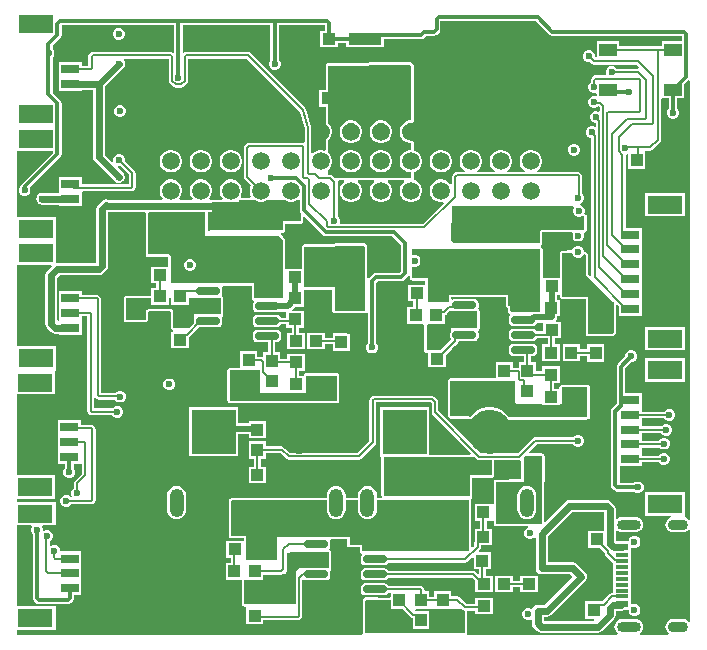
<source format=gbl>
G04*
G04 #@! TF.GenerationSoftware,Altium Limited,Altium Designer,23.6.0 (18)*
G04*
G04 Layer_Physical_Order=4*
G04 Layer_Color=16711680*
%FSLAX44Y44*%
%MOMM*%
G71*
G04*
G04 #@! TF.SameCoordinates,C0EE57D9-4E2B-4701-80FF-B58ABC17C381*
G04*
G04*
G04 #@! TF.FilePolarity,Positive*
G04*
G01*
G75*
%ADD14C,0.1500*%
%ADD16R,1.0000X1.1000*%
%ADD18R,1.5000X0.8000*%
%ADD19R,3.0000X1.6000*%
%ADD23R,1.1000X1.0000*%
%ADD45C,0.5000*%
%ADD46C,0.3000*%
%ADD47C,0.6000*%
%ADD48C,3.7160*%
%ADD49R,3.7160X3.7160*%
%ADD50O,1.2000X2.4000*%
%ADD51C,0.6000*%
%ADD52O,2.0000X0.9000*%
%ADD53O,1.7000X0.9000*%
%ADD54C,1.5000*%
%ADD55R,1.5000X1.0000*%
G04:AMPARAMS|DCode=56|XSize=1.97mm|YSize=0.6mm|CornerRadius=0.162mm|HoleSize=0mm|Usage=FLASHONLY|Rotation=180.000|XOffset=0mm|YOffset=0mm|HoleType=Round|Shape=RoundedRectangle|*
%AMROUNDEDRECTD56*
21,1,1.9700,0.2760,0,0,180.0*
21,1,1.6460,0.6000,0,0,180.0*
1,1,0.3240,-0.8230,0.1380*
1,1,0.3240,0.8230,0.1380*
1,1,0.3240,0.8230,-0.1380*
1,1,0.3240,-0.8230,-0.1380*
%
%ADD56ROUNDEDRECTD56*%
%ADD57R,2.4100X3.3000*%
G04:AMPARAMS|DCode=58|XSize=2.33mm|YSize=1.55mm|CornerRadius=0.3875mm|HoleSize=0mm|Usage=FLASHONLY|Rotation=180.000|XOffset=0mm|YOffset=0mm|HoleType=Round|Shape=RoundedRectangle|*
%AMROUNDEDRECTD58*
21,1,2.3300,0.7750,0,0,180.0*
21,1,1.5550,1.5500,0,0,180.0*
1,1,0.7750,-0.7775,0.3875*
1,1,0.7750,0.7775,0.3875*
1,1,0.7750,0.7775,-0.3875*
1,1,0.7750,-0.7775,-0.3875*
%
%ADD58ROUNDEDRECTD58*%
%ADD59R,1.1400X0.6000*%
%ADD60R,1.1400X0.3000*%
%ADD61R,5.1000X1.9000*%
%ADD62R,2.7900X1.4000*%
%ADD63R,2.7900X0.9900*%
%ADD64R,8.1300X8.1300*%
G36*
X673519Y1336977D02*
X674677Y1336203D01*
X676043Y1335931D01*
X785931D01*
Y1331250D01*
X769250D01*
Y1327054D01*
X733250D01*
Y1331250D01*
X714250D01*
Y1317994D01*
X713520Y1317598D01*
X712250Y1318236D01*
Y1319495D01*
X711489Y1321332D01*
X710082Y1322739D01*
X708245Y1323500D01*
X706255D01*
X704418Y1322739D01*
X703011Y1321332D01*
X702250Y1319495D01*
Y1317505D01*
X703011Y1315668D01*
X704418Y1314261D01*
X706255Y1313500D01*
X708245D01*
X708273Y1313512D01*
X709387Y1312397D01*
X710297Y1311790D01*
X711370Y1311576D01*
X747458D01*
X749926Y1309108D01*
X749301Y1307938D01*
X749221Y1307954D01*
X730751D01*
X730739Y1307982D01*
X729332Y1309389D01*
X727495Y1310150D01*
X725505D01*
X723668Y1309389D01*
X722261Y1307982D01*
X721500Y1306145D01*
Y1304155D01*
X721726Y1303610D01*
X721020Y1302554D01*
X713000D01*
X711927Y1302340D01*
X711017Y1301733D01*
X709767Y1300483D01*
X709160Y1299573D01*
X708946Y1298500D01*
Y1296701D01*
X708918Y1296689D01*
X707511Y1295282D01*
X706750Y1293445D01*
Y1291455D01*
X707511Y1289618D01*
X708918Y1288211D01*
X710755Y1287450D01*
X712745D01*
X713194Y1287636D01*
X714250Y1286931D01*
Y1285269D01*
X713194Y1284564D01*
X712745Y1284750D01*
X710755D01*
X708918Y1283989D01*
X707511Y1282582D01*
X706750Y1280745D01*
Y1278755D01*
X707511Y1276918D01*
X708918Y1275511D01*
X710755Y1274750D01*
X712745D01*
X714582Y1275511D01*
X715156Y1276085D01*
X715571D01*
X716446Y1275210D01*
Y1272616D01*
X715176Y1271768D01*
X714495Y1272050D01*
X712505D01*
X710668Y1271289D01*
X709261Y1269882D01*
X708500Y1268045D01*
Y1266055D01*
X709261Y1264218D01*
X710668Y1262811D01*
X712505Y1262050D01*
X713446D01*
Y1259284D01*
X712176Y1258657D01*
X710745Y1259250D01*
X708755D01*
X706918Y1258489D01*
X705511Y1257082D01*
X704750Y1255245D01*
Y1253255D01*
X705511Y1251418D01*
X706918Y1250011D01*
X708755Y1249250D01*
X709446D01*
Y1132734D01*
X708176Y1132208D01*
X706539Y1133845D01*
Y1150180D01*
X706522Y1150266D01*
X706532Y1150353D01*
X706445Y1150654D01*
X706384Y1150960D01*
X706335Y1151033D01*
X706311Y1151118D01*
X706116Y1151362D01*
X705942Y1151622D01*
X705869Y1151671D01*
X705814Y1151739D01*
X704544Y1152809D01*
X704467Y1152852D01*
X704406Y1152916D01*
X704121Y1153043D01*
X703847Y1153194D01*
X703760Y1153203D01*
X703680Y1153239D01*
X703367Y1153247D01*
X703250Y1153260D01*
Y1153995D01*
X702489Y1155832D01*
X701082Y1157239D01*
X699245Y1158000D01*
X697255D01*
X695418Y1157239D01*
X694011Y1155832D01*
X693300Y1154117D01*
X693132Y1154149D01*
X693126Y1154148D01*
X693119Y1154149D01*
X684932Y1154048D01*
X684548Y1153967D01*
X684165Y1153888D01*
X684160Y1153884D01*
X684154Y1153883D01*
X683830Y1153661D01*
X683506Y1153442D01*
X683503Y1153436D01*
X683497Y1153433D01*
X683283Y1153103D01*
X683068Y1152777D01*
X682861Y1152269D01*
X682787Y1151884D01*
X682711Y1151500D01*
Y1130750D01*
X668289D01*
Y1154799D01*
X668250Y1154996D01*
Y1155197D01*
X668213Y1155383D01*
X668213Y1155383D01*
Y1155383D01*
X668136Y1155568D01*
X668134Y1155580D01*
X668128Y1155589D01*
X667994Y1155911D01*
X667992Y1155922D01*
X667986Y1155932D01*
X667909Y1156118D01*
X667909Y1156118D01*
X667908Y1156118D01*
X667803Y1156275D01*
X667662Y1156417D01*
X667550Y1156584D01*
X667084Y1157050D01*
X667008Y1157101D01*
X666961Y1157148D01*
X666870Y1157208D01*
X666775Y1157304D01*
X666698Y1157355D01*
X666587Y1157682D01*
X666582Y1157751D01*
X666624Y1158412D01*
X666740Y1158756D01*
X667192Y1159058D01*
X667634Y1159720D01*
X667789Y1160500D01*
Y1169711D01*
X692940D01*
X693788Y1168441D01*
X693500Y1167745D01*
Y1165755D01*
X694261Y1163918D01*
X695668Y1162511D01*
X697505Y1161750D01*
X699495D01*
X701332Y1162511D01*
X702739Y1163918D01*
X703500Y1165755D01*
Y1167745D01*
X703212Y1168441D01*
X703288Y1168776D01*
X704018Y1169814D01*
X704280Y1169866D01*
X704942Y1170308D01*
X705384Y1170970D01*
X705539Y1171750D01*
Y1183133D01*
X705384Y1183913D01*
X704942Y1184575D01*
X704280Y1185017D01*
X703515Y1185334D01*
X704000Y1186506D01*
Y1188495D01*
X703239Y1190332D01*
X701832Y1191739D01*
X700072Y1192468D01*
X699975Y1192754D01*
X699896Y1193770D01*
X701082Y1194261D01*
X702489Y1195668D01*
X703250Y1197505D01*
Y1199495D01*
X702489Y1201332D01*
X701433Y1202389D01*
Y1216871D01*
X701219Y1217944D01*
X700611Y1218854D01*
X699733Y1219733D01*
X698823Y1220340D01*
X697750Y1220554D01*
X663862D01*
X663521Y1221824D01*
X664083Y1222148D01*
X665852Y1223917D01*
X667103Y1226083D01*
X667750Y1228499D01*
Y1231001D01*
X667103Y1233417D01*
X665852Y1235583D01*
X664083Y1237352D01*
X661917Y1238603D01*
X659501Y1239250D01*
X656999D01*
X654583Y1238603D01*
X652417Y1237352D01*
X650648Y1235583D01*
X649397Y1233417D01*
X648750Y1231001D01*
Y1228499D01*
X649397Y1226083D01*
X650648Y1223917D01*
X652417Y1222148D01*
X652979Y1221824D01*
X652638Y1220554D01*
X638462D01*
X638121Y1221824D01*
X638683Y1222148D01*
X640452Y1223917D01*
X641703Y1226083D01*
X642350Y1228499D01*
Y1231001D01*
X641703Y1233417D01*
X640452Y1235583D01*
X638683Y1237352D01*
X636517Y1238603D01*
X634101Y1239250D01*
X631599D01*
X629183Y1238603D01*
X627017Y1237352D01*
X625248Y1235583D01*
X623997Y1233417D01*
X623350Y1231001D01*
Y1228499D01*
X623997Y1226083D01*
X625248Y1223917D01*
X627017Y1222148D01*
X627579Y1221824D01*
X627238Y1220554D01*
X613062D01*
X612721Y1221824D01*
X613283Y1222148D01*
X615052Y1223917D01*
X616303Y1226083D01*
X616950Y1228499D01*
Y1231001D01*
X616303Y1233417D01*
X615052Y1235583D01*
X613283Y1237352D01*
X611117Y1238603D01*
X608701Y1239250D01*
X606199D01*
X603783Y1238603D01*
X601617Y1237352D01*
X599848Y1235583D01*
X598597Y1233417D01*
X597950Y1231001D01*
Y1228499D01*
X598597Y1226083D01*
X599848Y1223917D01*
X601617Y1222148D01*
X602178Y1221824D01*
X601838Y1220554D01*
X595500D01*
X594427Y1220340D01*
X593517Y1219733D01*
X592017Y1218233D01*
X591410Y1217323D01*
X591196Y1216250D01*
Y1210448D01*
X589926Y1210108D01*
X589652Y1210583D01*
X587883Y1212352D01*
X585717Y1213603D01*
X583301Y1214250D01*
X580799D01*
X578383Y1213603D01*
X576217Y1212352D01*
X574448Y1210583D01*
X573197Y1208417D01*
X572550Y1206001D01*
Y1203499D01*
X573197Y1201083D01*
X574448Y1198917D01*
X576217Y1197148D01*
X578383Y1195897D01*
X580799Y1195250D01*
X583301D01*
X583899Y1195410D01*
X584556Y1194272D01*
X566839Y1176554D01*
X497247D01*
X496541Y1177610D01*
X496705Y1178005D01*
Y1179995D01*
X495944Y1181832D01*
X494537Y1183239D01*
X494509Y1183251D01*
Y1212205D01*
X494462Y1212441D01*
X495418Y1213711D01*
X499831D01*
X500171Y1212441D01*
X500017Y1212352D01*
X498248Y1210583D01*
X496997Y1208417D01*
X496350Y1206001D01*
Y1203499D01*
X496997Y1201083D01*
X498248Y1198917D01*
X500017Y1197148D01*
X502183Y1195897D01*
X504599Y1195250D01*
X507101D01*
X509517Y1195897D01*
X511683Y1197148D01*
X513452Y1198917D01*
X514703Y1201083D01*
X515350Y1203499D01*
Y1206001D01*
X514703Y1208417D01*
X513452Y1210583D01*
X511683Y1212352D01*
X511529Y1212441D01*
X511869Y1213711D01*
X525231D01*
X525571Y1212441D01*
X525417Y1212352D01*
X523648Y1210583D01*
X522397Y1208417D01*
X521750Y1206001D01*
Y1203499D01*
X522397Y1201083D01*
X523648Y1198917D01*
X525417Y1197148D01*
X527583Y1195897D01*
X529999Y1195250D01*
X532501D01*
X534917Y1195897D01*
X537083Y1197148D01*
X538852Y1198917D01*
X540103Y1201083D01*
X540750Y1203499D01*
Y1206001D01*
X540103Y1208417D01*
X538852Y1210583D01*
X537083Y1212352D01*
X536929Y1212441D01*
X537269Y1213711D01*
X550631D01*
X550971Y1212441D01*
X550817Y1212352D01*
X549048Y1210583D01*
X547797Y1208417D01*
X547150Y1206001D01*
Y1203499D01*
X547797Y1201083D01*
X549048Y1198917D01*
X550817Y1197148D01*
X552983Y1195897D01*
X555399Y1195250D01*
X557901D01*
X560317Y1195897D01*
X562483Y1197148D01*
X564252Y1198917D01*
X565503Y1201083D01*
X566150Y1203499D01*
Y1206001D01*
X565503Y1208417D01*
X564252Y1210583D01*
X562483Y1212352D01*
X560317Y1213603D01*
X559622Y1213789D01*
X558884Y1214970D01*
X559039Y1215750D01*
Y1220250D01*
X558982Y1220540D01*
X560317Y1220897D01*
X562483Y1222148D01*
X564252Y1223917D01*
X565503Y1226083D01*
X566150Y1228499D01*
Y1231001D01*
X565503Y1233417D01*
X564252Y1235583D01*
X562483Y1237352D01*
X560317Y1238603D01*
X558982Y1238960D01*
X559039Y1239250D01*
Y1245250D01*
X558884Y1246030D01*
X558442Y1246692D01*
X557780Y1247134D01*
X557000Y1247289D01*
X555668D01*
X553770Y1247798D01*
X552069Y1248780D01*
X550680Y1250169D01*
X549698Y1251870D01*
X549189Y1253768D01*
Y1255732D01*
X549698Y1257630D01*
X550680Y1259331D01*
X552069Y1260720D01*
X553770Y1261702D01*
X555668Y1262211D01*
X557000D01*
X557780Y1262366D01*
X558442Y1262808D01*
X558884Y1263470D01*
X559039Y1264250D01*
Y1310544D01*
X559039Y1310548D01*
X559039Y1310552D01*
X558960Y1310940D01*
X558884Y1311325D01*
X558882Y1311328D01*
X558881Y1311332D01*
X558661Y1311658D01*
X558442Y1311986D01*
X558439Y1311988D01*
X558437Y1311992D01*
X557476Y1312945D01*
X557470Y1312949D01*
X557466Y1312955D01*
X557139Y1313169D01*
X556813Y1313385D01*
X556806Y1313386D01*
X556800Y1313390D01*
X556417Y1313462D01*
X556032Y1313537D01*
X556025Y1313535D01*
X556018Y1313537D01*
X486728Y1312789D01*
X486350Y1312710D01*
X485970Y1312634D01*
X485960Y1312628D01*
X485949Y1312625D01*
X485630Y1312407D01*
X485308Y1312192D01*
X485302Y1312183D01*
X485293Y1312176D01*
X485081Y1311853D01*
X484866Y1311530D01*
X484864Y1311519D01*
X484858Y1311510D01*
X484786Y1311130D01*
X484711Y1310750D01*
Y1290000D01*
X479000D01*
Y1276000D01*
X484711D01*
Y1261885D01*
X484866Y1261105D01*
X485308Y1260443D01*
X486420Y1259331D01*
X487402Y1257630D01*
X487911Y1255732D01*
Y1253768D01*
X487402Y1251870D01*
X486420Y1250169D01*
X485308Y1249057D01*
X484866Y1248395D01*
X484711Y1247615D01*
Y1239626D01*
X483441Y1238784D01*
X481701Y1239250D01*
X479199D01*
X476783Y1238603D01*
X474617Y1237352D01*
X473543Y1236278D01*
X472273Y1236804D01*
Y1257670D01*
X472197Y1258053D01*
X472164Y1258443D01*
X467695Y1274023D01*
X467622Y1274166D01*
X467590Y1274323D01*
X467373Y1274648D01*
X467194Y1274996D01*
X467072Y1275099D01*
X466983Y1275233D01*
X420983Y1321233D01*
X420073Y1321840D01*
X419000Y1322054D01*
X365834D01*
X364761Y1321840D01*
X364589Y1321725D01*
X363319Y1322404D01*
Y1344931D01*
X437681D01*
Y1315502D01*
X437011Y1314832D01*
X436250Y1312995D01*
Y1311005D01*
X437011Y1309168D01*
X438418Y1307761D01*
X440255Y1307000D01*
X442245D01*
X444082Y1307761D01*
X445489Y1309168D01*
X446250Y1311005D01*
Y1312995D01*
X445489Y1314832D01*
X444819Y1315502D01*
Y1344931D01*
X483681D01*
Y1340250D01*
X479750D01*
Y1326250D01*
X494750D01*
Y1329831D01*
X501850D01*
Y1326450D01*
X533750D01*
Y1333281D01*
X565307D01*
X566673Y1333553D01*
X567831Y1334327D01*
X569436Y1335931D01*
X576593D01*
X577958Y1336203D01*
X579116Y1336977D01*
X580873Y1338734D01*
X581647Y1339892D01*
X581919Y1341257D01*
Y1348081D01*
X662414D01*
X673519Y1336977D01*
D02*
G37*
G36*
X356181Y1322344D02*
X354911Y1321665D01*
X354649Y1321840D01*
X353576Y1322054D01*
X287129D01*
X286056Y1321840D01*
X285146Y1321233D01*
X284267Y1320354D01*
X283660Y1319444D01*
X283446Y1318371D01*
Y1310304D01*
X277750D01*
Y1313500D01*
X258750D01*
Y1301500D01*
X258750D01*
Y1301000D01*
X258750D01*
Y1289000D01*
X277750D01*
Y1289902D01*
X287402D01*
Y1233250D01*
X287790Y1231299D01*
X288895Y1229645D01*
X305645Y1212895D01*
X306063Y1212616D01*
X306418Y1212261D01*
X306882Y1212069D01*
X307299Y1211790D01*
X307792Y1211692D01*
X308255Y1211500D01*
X308757D01*
X309250Y1211402D01*
X309743Y1211500D01*
X310245D01*
X310708Y1211692D01*
X311201Y1211790D01*
X311618Y1212069D01*
X312082Y1212261D01*
X312437Y1212616D01*
X312855Y1212895D01*
X313134Y1213313D01*
X313489Y1213668D01*
X313681Y1214132D01*
X313960Y1214549D01*
X314058Y1215042D01*
X314250Y1215505D01*
Y1216008D01*
X314348Y1216500D01*
X314250Y1216992D01*
Y1217495D01*
X314058Y1217958D01*
X313960Y1218451D01*
X313681Y1218868D01*
X313489Y1219332D01*
X313134Y1219687D01*
X312855Y1220105D01*
X308383Y1224577D01*
X308531Y1225042D01*
X309006Y1225750D01*
X310745D01*
X310773Y1225762D01*
X317946Y1218589D01*
Y1210054D01*
X277750D01*
Y1216500D01*
X258750D01*
X258750Y1203996D01*
X257852Y1203098D01*
X244500D01*
X244007Y1203000D01*
X243505D01*
X243042Y1202808D01*
X242549Y1202710D01*
X242132Y1202431D01*
X241668Y1202239D01*
X241313Y1201884D01*
X240895Y1201605D01*
X240616Y1201187D01*
X240261Y1200832D01*
X240069Y1200368D01*
X239790Y1199951D01*
X239692Y1199458D01*
X239500Y1198995D01*
Y1198493D01*
X239402Y1198000D01*
X239500Y1197507D01*
Y1197005D01*
X239692Y1196542D01*
X239790Y1196049D01*
X240069Y1195632D01*
X240261Y1195168D01*
X240616Y1194813D01*
X240895Y1194395D01*
X241313Y1194116D01*
X241668Y1193761D01*
X242132Y1193569D01*
X242549Y1193290D01*
X243042Y1193192D01*
X243505Y1193000D01*
X244007D01*
X244500Y1192902D01*
X258750D01*
Y1192000D01*
X277750D01*
X277750Y1204000D01*
X278835Y1204446D01*
X319871D01*
X320944Y1204660D01*
X321854Y1205267D01*
X322733Y1206146D01*
X323340Y1207056D01*
X323554Y1208129D01*
Y1219750D01*
X323340Y1220823D01*
X322733Y1221733D01*
X314738Y1229727D01*
X314750Y1229755D01*
Y1231745D01*
X313989Y1233582D01*
X312582Y1234989D01*
X310745Y1235750D01*
X308755D01*
X306918Y1234989D01*
X305511Y1233582D01*
X304750Y1231745D01*
Y1230006D01*
X304042Y1229531D01*
X303577Y1229383D01*
X297598Y1235362D01*
Y1292988D01*
X313247Y1308637D01*
X313526Y1309054D01*
X313881Y1309409D01*
X314073Y1309873D01*
X314352Y1310291D01*
X314450Y1310783D01*
X314642Y1311247D01*
Y1311749D01*
X314740Y1312242D01*
X314642Y1312734D01*
Y1313236D01*
X314450Y1313700D01*
X314352Y1314193D01*
X314073Y1314610D01*
X313881Y1315074D01*
X313779Y1315176D01*
X314015Y1316016D01*
X314374Y1316446D01*
X351651D01*
Y1298009D01*
X351865Y1296936D01*
X352472Y1296026D01*
X355548Y1292951D01*
X356457Y1292343D01*
X357531Y1292130D01*
X361880D01*
X362953Y1292343D01*
X363862Y1292951D01*
X366938Y1296026D01*
X367546Y1296936D01*
X367759Y1298009D01*
Y1316446D01*
X417839D01*
X462505Y1271780D01*
X466665Y1257275D01*
Y1245844D01*
X465395Y1244964D01*
X465000Y1245042D01*
X418879D01*
X417806Y1244829D01*
X416896Y1244221D01*
X416017Y1243342D01*
X415410Y1242433D01*
X415196Y1241360D01*
Y1216400D01*
X415410Y1215327D01*
X416017Y1214417D01*
X421244Y1209191D01*
X420797Y1208417D01*
X420150Y1206001D01*
Y1203499D01*
X420797Y1201083D01*
X421406Y1200030D01*
X420769Y1198931D01*
X413142Y1198953D01*
X412508Y1200054D01*
X413103Y1201083D01*
X413750Y1203499D01*
Y1206001D01*
X413103Y1208417D01*
X411852Y1210583D01*
X410083Y1212352D01*
X407917Y1213603D01*
X405501Y1214250D01*
X402999D01*
X400583Y1213603D01*
X398417Y1212352D01*
X396648Y1210583D01*
X395397Y1208417D01*
X394750Y1206001D01*
Y1203499D01*
X395397Y1201083D01*
X396648Y1198917D01*
X397197Y1198368D01*
X396671Y1197098D01*
X386429D01*
X385903Y1198368D01*
X386452Y1198917D01*
X387703Y1201083D01*
X388350Y1203499D01*
Y1206001D01*
X387703Y1208417D01*
X386452Y1210583D01*
X384683Y1212352D01*
X382517Y1213603D01*
X380101Y1214250D01*
X377599D01*
X375183Y1213603D01*
X373017Y1212352D01*
X371248Y1210583D01*
X369997Y1208417D01*
X369350Y1206001D01*
Y1203499D01*
X369997Y1201083D01*
X371248Y1198917D01*
X371797Y1198368D01*
X371271Y1197098D01*
X361029D01*
X360503Y1198368D01*
X361052Y1198917D01*
X362303Y1201083D01*
X362950Y1203499D01*
Y1206001D01*
X362303Y1208417D01*
X361052Y1210583D01*
X359283Y1212352D01*
X357117Y1213603D01*
X354701Y1214250D01*
X352199D01*
X349783Y1213603D01*
X347617Y1212352D01*
X345848Y1210583D01*
X344597Y1208417D01*
X343950Y1206001D01*
Y1203499D01*
X344597Y1201083D01*
X345848Y1198917D01*
X346397Y1198368D01*
X345871Y1197098D01*
X300547D01*
X300380Y1197210D01*
X298429Y1197598D01*
X296478Y1197210D01*
X294824Y1196105D01*
X291645Y1192926D01*
X290540Y1191272D01*
X290152Y1189321D01*
Y1143348D01*
X257250D01*
X257232Y1143344D01*
X256250Y1144150D01*
Y1161850D01*
X256250D01*
X256250Y1162500D01*
X256250D01*
Y1182500D01*
X223000D01*
Y1238500D01*
X253681D01*
Y1236978D01*
X227551Y1210847D01*
X226777Y1209690D01*
X226689Y1209248D01*
X226668Y1209239D01*
X225261Y1207832D01*
X224500Y1205995D01*
Y1204005D01*
X225261Y1202168D01*
X226668Y1200761D01*
X228505Y1200000D01*
X230495D01*
X232332Y1200761D01*
X233739Y1202168D01*
X234500Y1204005D01*
Y1205995D01*
X234000Y1207203D01*
X259773Y1232977D01*
X260547Y1234134D01*
X260819Y1235500D01*
Y1278743D01*
X260547Y1280108D01*
X259773Y1281266D01*
X253319Y1287721D01*
Y1317869D01*
X254071Y1318622D01*
X254832Y1320459D01*
Y1322448D01*
X254071Y1324286D01*
X253319Y1325038D01*
Y1327279D01*
X259773Y1333734D01*
X260547Y1334892D01*
X260819Y1336257D01*
Y1344764D01*
X260986Y1344931D01*
X356181D01*
Y1322344D01*
D02*
G37*
G36*
X792888Y1297805D02*
X793000Y1297718D01*
Y926618D01*
X791730Y926187D01*
X791386Y926636D01*
X790028Y927678D01*
X788597Y928270D01*
X788500Y929500D01*
X788500Y929607D01*
Y949500D01*
X754500D01*
Y929500D01*
X776553D01*
X776805Y928230D01*
X775472Y927678D01*
X774114Y926636D01*
X773072Y925278D01*
X772417Y923697D01*
X772194Y922000D01*
X772417Y920303D01*
X773072Y918722D01*
X774114Y917364D01*
X775472Y916322D01*
X777053Y915667D01*
X778750Y915444D01*
X786750D01*
X788447Y915667D01*
X790028Y916322D01*
X791386Y917364D01*
X791730Y917813D01*
X793000Y917382D01*
Y840118D01*
X791730Y839687D01*
X791386Y840136D01*
X790028Y841178D01*
X788447Y841833D01*
X786750Y842056D01*
X778750D01*
X777053Y841833D01*
X775472Y841178D01*
X774114Y840136D01*
X773072Y838778D01*
X772417Y837197D01*
X772194Y835500D01*
X772417Y833803D01*
X773072Y832222D01*
X774114Y830864D01*
X774889Y830270D01*
X774457Y829000D01*
X750843D01*
X750412Y830270D01*
X751186Y830864D01*
X752228Y832222D01*
X752883Y833803D01*
X753106Y835500D01*
X752883Y837197D01*
X752228Y838778D01*
X751186Y840136D01*
X749828Y841178D01*
X748247Y841833D01*
X746550Y842056D01*
X735550D01*
X733853Y841833D01*
X732272Y841178D01*
X730914Y840136D01*
X729872Y838778D01*
X729217Y837197D01*
X728994Y835500D01*
X729217Y833803D01*
X729872Y832222D01*
X730914Y830864D01*
X731689Y830270D01*
X731257Y829000D01*
X604575D01*
X604477Y829079D01*
X604158Y829594D01*
X604002Y830270D01*
X604034Y830308D01*
X604069Y830419D01*
X604134Y830516D01*
X604189Y830795D01*
X604276Y831066D01*
X604267Y831182D01*
X604289Y831296D01*
Y849196D01*
X611000D01*
Y846250D01*
X626000D01*
Y860250D01*
X611000D01*
Y854804D01*
X603661D01*
X597983Y860483D01*
X597073Y861090D01*
X596000Y861304D01*
X590500D01*
Y866000D01*
X576500D01*
Y860804D01*
X572000D01*
Y865500D01*
X568304D01*
Y866321D01*
X568090Y867394D01*
X567483Y868304D01*
X566604Y869183D01*
X565694Y869790D01*
X564621Y870004D01*
X537632D01*
X536840Y871190D01*
X535642Y871990D01*
X534230Y872271D01*
X517770D01*
X516357Y871990D01*
X515160Y871190D01*
X514360Y869992D01*
X514079Y868580D01*
Y865820D01*
X514360Y864408D01*
X515160Y863210D01*
X516357Y862410D01*
X517770Y862129D01*
X534230D01*
X535642Y862410D01*
X536840Y863210D01*
X537632Y864396D01*
X539500D01*
Y861195D01*
X538597Y860302D01*
X518843Y860522D01*
X518750Y860504D01*
X518656Y860515D01*
X518362Y860432D01*
X518061Y860375D01*
X517982Y860323D01*
X517891Y860298D01*
X517651Y860108D01*
X517394Y859940D01*
X517341Y859862D01*
X517267Y859804D01*
X516197Y858546D01*
X516042Y858269D01*
X515866Y858005D01*
X515850Y857923D01*
X515809Y857850D01*
X515773Y857535D01*
X515711Y857224D01*
Y830500D01*
X515757Y830270D01*
X515029Y829144D01*
X514819Y829000D01*
X223000D01*
Y832850D01*
X255750D01*
Y852850D01*
X223000D01*
Y921350D01*
X234898D01*
X235539Y920080D01*
X234955Y918671D01*
Y916682D01*
X235716Y914844D01*
X236431Y914129D01*
Y860257D01*
X236703Y858892D01*
X237477Y857734D01*
X239234Y855977D01*
X240392Y855203D01*
X241757Y854931D01*
X265993D01*
X267358Y855203D01*
X268516Y855977D01*
X270273Y857734D01*
X271047Y858892D01*
X271319Y860257D01*
Y862350D01*
X277250D01*
Y874350D01*
X277250D01*
Y874850D01*
X277250D01*
Y886850D01*
X277250D01*
Y887350D01*
X277250D01*
Y899350D01*
X259750D01*
Y900995D01*
X258989Y902832D01*
X257582Y904239D01*
X255745Y905000D01*
X253755D01*
X252074Y904304D01*
X250804Y904784D01*
Y907923D01*
X251350Y908149D01*
X252756Y909555D01*
X253517Y911393D01*
Y913382D01*
X252756Y915220D01*
X251350Y916627D01*
X249512Y917388D01*
X247523D01*
X246225Y916850D01*
X245005Y917528D01*
X244955Y917594D01*
Y918671D01*
X244371Y920080D01*
X245012Y921350D01*
X255750D01*
Y941350D01*
X223000D01*
Y943850D01*
X255500D01*
Y963850D01*
X223000D01*
Y1032350D01*
X255500D01*
Y1052350D01*
X256152Y1053350D01*
X256250D01*
Y1073350D01*
X223000D01*
Y1141850D01*
X251981D01*
X252467Y1140677D01*
X248645Y1136855D01*
X247540Y1135201D01*
X247152Y1133250D01*
Y1091779D01*
X247540Y1089828D01*
X248645Y1088174D01*
X251574Y1085245D01*
X253228Y1084140D01*
X255179Y1083752D01*
X258750D01*
Y1082850D01*
X277750D01*
Y1094080D01*
X277750Y1094850D01*
X277750Y1096120D01*
Y1098546D01*
X282696D01*
Y1018629D01*
X282910Y1017556D01*
X283517Y1016646D01*
X284396Y1015767D01*
X285306Y1015160D01*
X286379Y1014946D01*
X303827D01*
X303960Y1014624D01*
X305367Y1013218D01*
X307205Y1012456D01*
X309194D01*
X311031Y1013218D01*
X312438Y1014624D01*
X313199Y1016462D01*
Y1018451D01*
X312438Y1020289D01*
X311031Y1021695D01*
X309194Y1022456D01*
X307205D01*
X305367Y1021695D01*
X304226Y1020554D01*
X288304D01*
Y1029550D01*
X289574Y1029936D01*
X289767Y1029646D01*
X290646Y1028767D01*
X291556Y1028160D01*
X292629Y1027946D01*
X306077D01*
X306210Y1027624D01*
X307617Y1026218D01*
X309455Y1025456D01*
X311444D01*
X313281Y1026218D01*
X314688Y1027624D01*
X315449Y1029462D01*
Y1031451D01*
X314688Y1033289D01*
X313281Y1034695D01*
X311444Y1035456D01*
X309455D01*
X307617Y1034695D01*
X306476Y1033554D01*
X294554D01*
Y1112971D01*
X294340Y1114044D01*
X293733Y1114954D01*
X292854Y1115833D01*
X291944Y1116440D01*
X290871Y1116654D01*
X277750D01*
Y1119850D01*
X258750D01*
Y1108620D01*
X258750Y1107850D01*
X258750Y1106580D01*
X258750Y1094846D01*
X258618Y1094714D01*
X257348Y1095240D01*
Y1131138D01*
X259362Y1133152D01*
X292321D01*
X294272Y1133540D01*
X295926Y1134645D01*
X298855Y1137574D01*
X299960Y1139228D01*
X300348Y1141179D01*
Y1186902D01*
X331426D01*
X331961Y1186250D01*
Y1150750D01*
X332116Y1149970D01*
X332558Y1149308D01*
X333220Y1148866D01*
X334000Y1148711D01*
X351211D01*
Y1140500D01*
X336750D01*
Y1126500D01*
X341196D01*
Y1122250D01*
X336500D01*
Y1115539D01*
X315500D01*
X314720Y1115384D01*
X314058Y1114942D01*
X313616Y1114280D01*
X313461Y1113500D01*
Y1095250D01*
X313616Y1094470D01*
X314058Y1093808D01*
X314720Y1093366D01*
X315500Y1093211D01*
X331500D01*
X332280Y1093366D01*
X332942Y1093808D01*
X332942Y1093808D01*
X333442Y1094308D01*
X333884Y1094970D01*
X334039Y1095750D01*
Y1102162D01*
X334370Y1102299D01*
X334376Y1102305D01*
X334383Y1102308D01*
X334577Y1102439D01*
X334604Y1102505D01*
X334804Y1102507D01*
X334804Y1102507D01*
X352402Y1102736D01*
X352402Y1102736D01*
X352596Y1102738D01*
X353500Y1101846D01*
Y1101652D01*
Y1088750D01*
X353655Y1087970D01*
X354097Y1087308D01*
X354759Y1086866D01*
X355242Y1086770D01*
X355116Y1085500D01*
X353750D01*
Y1071500D01*
X368750D01*
Y1080855D01*
X377224Y1089329D01*
X393410D01*
X394823Y1089610D01*
X396020Y1090410D01*
X396820Y1091608D01*
X397101Y1093020D01*
Y1095780D01*
X396820Y1097193D01*
X396725Y1097334D01*
X396714Y1097563D01*
X397169Y1098956D01*
X397322Y1099058D01*
X397764Y1099720D01*
X397919Y1100500D01*
Y1113500D01*
X397764Y1114280D01*
X397322Y1114942D01*
X397077Y1115106D01*
X396619Y1116405D01*
X396607Y1116689D01*
X396820Y1117008D01*
X397101Y1118420D01*
Y1121180D01*
X396820Y1122592D01*
X396587Y1122941D01*
X397266Y1124211D01*
X421711D01*
Y1119250D01*
X421866Y1118470D01*
X421941Y1118358D01*
Y1114000D01*
X422096Y1113220D01*
X422538Y1112558D01*
X423200Y1112116D01*
X423280Y1111986D01*
X423606Y1110740D01*
X423040Y1109893D01*
X422759Y1108480D01*
Y1105720D01*
X423040Y1104308D01*
X423840Y1103110D01*
X425038Y1102310D01*
X426450Y1102029D01*
X442910D01*
X443914Y1102229D01*
X444250Y1102162D01*
X451250D01*
Y1097204D01*
X446312D01*
X445520Y1098390D01*
X444323Y1099190D01*
X442910Y1099471D01*
X426450D01*
X425038Y1099190D01*
X423840Y1098390D01*
X423040Y1097193D01*
X422759Y1095780D01*
Y1093020D01*
X423040Y1091608D01*
X423840Y1090410D01*
X425038Y1089610D01*
X426450Y1089329D01*
X442910D01*
X444323Y1089610D01*
X445520Y1090410D01*
X446312Y1091596D01*
X451250D01*
Y1088750D01*
X455946D01*
Y1084500D01*
X451750D01*
Y1070500D01*
X466750D01*
Y1084500D01*
X461554D01*
Y1088750D01*
X466250D01*
Y1102750D01*
X456856D01*
X456330Y1104020D01*
X458744Y1106435D01*
X458788Y1106500D01*
X466000D01*
Y1119765D01*
X466374Y1120660D01*
X467079Y1120961D01*
X490211D01*
Y1103000D01*
X490366Y1102220D01*
X490808Y1101558D01*
X491470Y1101116D01*
X492250Y1100961D01*
X517750D01*
X518530Y1101116D01*
X518911Y1101371D01*
X519890Y1101029D01*
X520181Y1100808D01*
Y1075502D01*
X519511Y1074832D01*
X518750Y1072995D01*
Y1071005D01*
X519511Y1069168D01*
X520918Y1067761D01*
X522755Y1067000D01*
X524745D01*
X526582Y1067761D01*
X527989Y1069168D01*
X528750Y1071005D01*
Y1072995D01*
X527989Y1074832D01*
X527319Y1075502D01*
Y1127022D01*
X528478Y1128181D01*
X548250D01*
X549616Y1128453D01*
X550773Y1129227D01*
X554023Y1132477D01*
X554191Y1132727D01*
X555461Y1132342D01*
Y1131370D01*
X555479Y1131279D01*
X555475Y1131257D01*
X555483Y1131216D01*
X555476Y1131123D01*
X555490Y1131009D01*
X555576Y1130747D01*
X555630Y1130476D01*
X555700Y1130372D01*
X555739Y1130253D01*
X555919Y1130044D01*
X556072Y1129815D01*
X556153Y1129734D01*
X556230Y1129682D01*
X556258Y1129650D01*
X556278Y1129640D01*
X556339Y1129570D01*
X557045Y1129017D01*
X557112Y1128983D01*
X557208Y1128908D01*
X557321Y1128851D01*
X557383Y1128803D01*
X557450Y1128769D01*
X557496Y1128756D01*
X557684Y1128631D01*
X557807Y1128606D01*
X557919Y1128550D01*
X558145Y1128533D01*
X558189Y1128515D01*
X558262Y1128500D01*
X558341D01*
X558464Y1128475D01*
X558587D01*
X558660Y1128461D01*
X568961D01*
Y1125000D01*
X554000D01*
Y1111000D01*
X558696D01*
Y1106250D01*
X553500D01*
Y1092250D01*
X566905D01*
X567097Y1092153D01*
X567864Y1091367D01*
X567961Y1091000D01*
Y1069500D01*
X568116Y1068720D01*
X568558Y1068058D01*
X569220Y1067616D01*
X570000Y1067461D01*
X571000D01*
Y1055250D01*
X586000D01*
Y1065285D01*
X596243Y1075527D01*
X596850Y1076437D01*
X597038Y1077379D01*
X610230D01*
X611642Y1077660D01*
X612840Y1078460D01*
X613640Y1079658D01*
X613921Y1081070D01*
Y1083830D01*
X613640Y1085242D01*
X613427Y1085561D01*
X613439Y1085845D01*
X613897Y1087144D01*
X614142Y1087308D01*
X614584Y1087970D01*
X614739Y1088750D01*
Y1102500D01*
X614584Y1103280D01*
X614142Y1103942D01*
X613640Y1105058D01*
X613921Y1106470D01*
Y1109230D01*
X613640Y1110642D01*
X612840Y1111840D01*
X611642Y1112640D01*
X610230Y1112921D01*
X593770D01*
X592358Y1112640D01*
X592059Y1112441D01*
X590789Y1113119D01*
Y1114711D01*
X637211D01*
Y1107501D01*
X637250Y1107304D01*
Y1107103D01*
X637285Y1106926D01*
X637362Y1106740D01*
X637366Y1106720D01*
X637377Y1106704D01*
X637421Y1106598D01*
X637436Y1106520D01*
X637481Y1106453D01*
X637590Y1106191D01*
X637590Y1106191D01*
X637590Y1106191D01*
X637790Y1105990D01*
X637879Y1105858D01*
X638010Y1105770D01*
X638152Y1105628D01*
X638152Y1105628D01*
X638152Y1105628D01*
X638187Y1105605D01*
X638373Y1105528D01*
X638540Y1105416D01*
X638737Y1105377D01*
X638761Y1105367D01*
Y1103012D01*
X638782Y1102907D01*
X638772Y1102800D01*
X638859Y1102520D01*
X638916Y1102232D01*
X638976Y1102142D01*
X639007Y1102040D01*
X639195Y1101814D01*
X639358Y1101570D01*
X639447Y1101511D01*
X639516Y1101428D01*
X640534Y1100603D01*
X640570Y1100584D01*
X640599Y1100542D01*
X640747Y1099560D01*
X640660Y1099140D01*
X639860Y1097943D01*
X639579Y1096530D01*
Y1093770D01*
X639860Y1092358D01*
X640660Y1091160D01*
X641858Y1090360D01*
X643270Y1090079D01*
X659730D01*
X661142Y1090360D01*
X662340Y1091160D01*
X663140Y1092358D01*
X663300Y1093162D01*
X668500D01*
Y1085564D01*
X662925D01*
X662340Y1086440D01*
X661142Y1087240D01*
X659730Y1087521D01*
X643270D01*
X641858Y1087240D01*
X640660Y1086440D01*
X639860Y1085242D01*
X639579Y1083830D01*
Y1081070D01*
X639860Y1079658D01*
X640660Y1078460D01*
X641858Y1077660D01*
X643270Y1077379D01*
X659730D01*
X661142Y1077660D01*
X662340Y1078460D01*
X663140Y1079658D01*
X663199Y1079956D01*
X668500D01*
Y1079750D01*
X672696D01*
Y1074750D01*
X668000D01*
Y1060750D01*
X683000D01*
Y1074750D01*
X678304D01*
Y1079750D01*
X683500D01*
Y1093750D01*
X679725D01*
X679248Y1094454D01*
X679097Y1095020D01*
X679989Y1096354D01*
X680338Y1098110D01*
Y1098250D01*
X683000D01*
Y1112250D01*
X680338D01*
Y1116750D01*
X682711D01*
Y1115000D01*
X682866Y1114220D01*
X683308Y1113558D01*
X683970Y1113116D01*
X684750Y1112961D01*
X704961D01*
Y1083500D01*
X705116Y1082720D01*
X705558Y1082058D01*
X706220Y1081616D01*
X707000Y1081461D01*
X726750D01*
X726750Y1081461D01*
X727530Y1081616D01*
X728192Y1082058D01*
X729692Y1083558D01*
X730134Y1084220D01*
X730289Y1085000D01*
Y1108086D01*
X731462Y1108572D01*
X733000Y1107035D01*
Y1099000D01*
X752000D01*
Y1110230D01*
X752000Y1111000D01*
X752000D01*
Y1111500D01*
X752000D01*
Y1122730D01*
X752000Y1123500D01*
X752000D01*
Y1124000D01*
X752000D01*
Y1135230D01*
X752000Y1136000D01*
X752000D01*
Y1136500D01*
X752000D01*
Y1147730D01*
X752000Y1148500D01*
X752000D01*
Y1149000D01*
X752000D01*
Y1160230D01*
X752000Y1161000D01*
X752000D01*
Y1161500D01*
X752000D01*
Y1173500D01*
X738554D01*
Y1235230D01*
X738543Y1235283D01*
X739245Y1236138D01*
X739694Y1236324D01*
X740750Y1235618D01*
Y1223250D01*
X754750D01*
Y1238250D01*
X755835Y1238696D01*
X759250D01*
X760323Y1238910D01*
X761233Y1239517D01*
X767733Y1246017D01*
X768340Y1246927D01*
X768554Y1248000D01*
Y1282268D01*
X769250Y1283250D01*
X775021D01*
Y1274303D01*
X774350Y1273633D01*
X773589Y1271795D01*
Y1269806D01*
X774350Y1267968D01*
X775757Y1266562D01*
X777595Y1265801D01*
X779584D01*
X781421Y1266562D01*
X782828Y1267968D01*
X783589Y1269806D01*
Y1271795D01*
X782828Y1273633D01*
X782158Y1274303D01*
Y1283250D01*
X788250D01*
Y1294703D01*
X791730Y1298183D01*
X792888Y1297805D01*
D02*
G37*
G36*
X557000Y1310544D02*
Y1264250D01*
X555399D01*
X552983Y1263603D01*
X550817Y1262352D01*
X549048Y1260583D01*
X547797Y1258417D01*
X547150Y1256001D01*
Y1253499D01*
X547797Y1251083D01*
X549048Y1248917D01*
X550817Y1247148D01*
X552983Y1245897D01*
X555399Y1245250D01*
X557000D01*
Y1239250D01*
X555399D01*
X552983Y1238603D01*
X550817Y1237352D01*
X549048Y1235583D01*
X547797Y1233417D01*
X547150Y1231001D01*
Y1228499D01*
X547797Y1226083D01*
X549048Y1223917D01*
X550817Y1222148D01*
X552983Y1220897D01*
X555399Y1220250D01*
X557000D01*
Y1215750D01*
X492125D01*
X490393Y1217483D01*
X489483Y1218090D01*
X488410Y1218304D01*
X486750D01*
Y1222615D01*
X488052Y1223917D01*
X489303Y1226083D01*
X489950Y1228499D01*
Y1231001D01*
X489303Y1233417D01*
X488052Y1235583D01*
X486750Y1236885D01*
Y1247615D01*
X488052Y1248917D01*
X489303Y1251083D01*
X489950Y1253499D01*
Y1256001D01*
X489303Y1258417D01*
X488052Y1260583D01*
X486750Y1261885D01*
Y1310750D01*
X556040Y1311498D01*
X557000Y1310544D01*
D02*
G37*
G36*
X424279Y1196881D02*
X425983Y1195897D01*
X428399Y1195250D01*
X430901D01*
X433317Y1195897D01*
X434966Y1196850D01*
X449810Y1196806D01*
X451383Y1195897D01*
X453799Y1195250D01*
X456301D01*
X458717Y1195897D01*
X460237Y1196775D01*
X462431Y1196769D01*
Y1188411D01*
X462703Y1187045D01*
X463250Y1186227D01*
Y1178750D01*
X449520Y1178750D01*
X448750Y1178750D01*
X448500Y1179000D01*
X448250Y1178750D01*
X448250Y1177687D01*
Y1171250D01*
X386750D01*
X385923Y1170423D01*
X384750Y1170909D01*
Y1186902D01*
X405138D01*
X410145Y1181895D01*
X411799Y1180790D01*
X413750Y1180402D01*
X415701Y1180790D01*
X417355Y1181895D01*
X418460Y1183549D01*
X418848Y1185500D01*
X418460Y1187451D01*
X417355Y1189105D01*
X410855Y1195605D01*
X410786Y1195651D01*
X411173Y1196920D01*
X424279Y1196881D01*
D02*
G37*
G36*
X481887Y1167477D02*
X483045Y1166703D01*
X484411Y1166431D01*
X540522D01*
X547931Y1159022D01*
Y1136478D01*
X546772Y1135319D01*
X527000D01*
X525634Y1135047D01*
X524477Y1134273D01*
X521227Y1131023D01*
X521059Y1130773D01*
X519789Y1131158D01*
Y1157345D01*
X519788Y1157353D01*
X519789Y1157360D01*
X519710Y1157743D01*
X519634Y1158126D01*
X519630Y1158132D01*
X519628Y1158139D01*
X519409Y1158463D01*
X519192Y1158787D01*
X519186Y1158792D01*
X519181Y1158798D01*
X518277Y1159689D01*
X518271Y1159693D01*
X518266Y1159700D01*
X517937Y1159913D01*
X517612Y1160126D01*
X517605Y1160128D01*
X517598Y1160132D01*
X517215Y1160202D01*
X516831Y1160276D01*
X516823Y1160274D01*
X516816Y1160276D01*
X466574Y1159544D01*
X466193Y1159463D01*
X465809Y1159383D01*
X465803Y1159379D01*
X465796Y1159378D01*
X465475Y1159156D01*
X465151Y1158936D01*
X465147Y1158930D01*
X465141Y1158926D01*
X464928Y1158597D01*
X464714Y1158272D01*
X464610Y1158017D01*
X464537Y1157633D01*
X464461Y1157250D01*
Y1138750D01*
X451000D01*
X450289Y1139726D01*
Y1161750D01*
X450253Y1161932D01*
X450256Y1162118D01*
X450176Y1162319D01*
X450134Y1162530D01*
X450031Y1162685D01*
X449962Y1162858D01*
X446727Y1167858D01*
X446646Y1167941D01*
X446676Y1168267D01*
X446873Y1168773D01*
X447187Y1169211D01*
X448250D01*
X449030Y1169366D01*
X449692Y1169808D01*
X450134Y1170470D01*
X450289Y1171250D01*
Y1176711D01*
X463250Y1176711D01*
X464030Y1176866D01*
X464692Y1177308D01*
X465134Y1177970D01*
X465289Y1178750D01*
Y1182415D01*
X466463Y1182901D01*
X481887Y1167477D01*
D02*
G37*
G36*
X694719Y1190230D02*
X694000Y1188495D01*
Y1186506D01*
X694761Y1184668D01*
X696168Y1183261D01*
X698005Y1182500D01*
X699995D01*
X701832Y1183261D01*
X702230Y1183659D01*
X703500Y1183133D01*
Y1171750D01*
X666750D01*
X665750Y1170750D01*
Y1160500D01*
X593000D01*
X591000Y1162500D01*
X591250Y1191500D01*
X694270D01*
X694719Y1190230D01*
D02*
G37*
G36*
X665460Y1155735D02*
X665519Y1155706D01*
X665566Y1155659D01*
X665642Y1155608D01*
X666108Y1155142D01*
X666213Y1154985D01*
X666250Y1154799D01*
Y1130750D01*
Y1102338D01*
X660610D01*
X660167Y1102250D01*
X642250D01*
X641818Y1102188D01*
X640800Y1103012D01*
Y1107300D01*
X639320D01*
X639285Y1107324D01*
X639250Y1107501D01*
Y1116750D01*
X589000D01*
X588750Y1116500D01*
Y1110750D01*
X571500D01*
X571000Y1111250D01*
Y1130500D01*
X558660D01*
X558587Y1130515D01*
X558464D01*
X558368Y1130590D01*
X558301Y1130624D01*
X557595Y1131176D01*
X557514Y1131257D01*
X557500Y1131370D01*
Y1139877D01*
X558556Y1140583D01*
X558755Y1140500D01*
X560745D01*
X562582Y1141261D01*
X563989Y1142668D01*
X564750Y1144505D01*
Y1146495D01*
X563989Y1148332D01*
X562582Y1149739D01*
X560745Y1150500D01*
X558755D01*
X558556Y1150417D01*
X557500Y1151123D01*
Y1155750D01*
X665446D01*
X665460Y1155735D01*
D02*
G37*
G36*
X382250Y1186750D02*
Y1166750D01*
X445015D01*
X448250Y1161750D01*
Y1114000D01*
X423980D01*
Y1119250D01*
X423750D01*
Y1125187D01*
X423750Y1126250D01*
X423500Y1126500D01*
X423250Y1126250D01*
X422480Y1126250D01*
X353250D01*
Y1149750D01*
X352250Y1150750D01*
X334000D01*
Y1186250D01*
X334652Y1186902D01*
X382098D01*
X382250Y1186750D01*
D02*
G37*
G36*
X395880Y1100500D02*
X372750D01*
Y1093000D01*
X368500Y1088750D01*
X355539D01*
Y1101846D01*
X355538Y1101853D01*
X355539Y1101859D01*
X355460Y1102244D01*
X355384Y1102626D01*
X355380Y1102632D01*
X355379Y1102639D01*
X355160Y1102962D01*
X354942Y1103288D01*
X354936Y1103292D01*
X354933Y1103297D01*
X354029Y1104190D01*
X354023Y1104193D01*
X354019Y1104199D01*
X353690Y1104413D01*
X353364Y1104627D01*
X353358Y1104629D01*
X353352Y1104632D01*
X352968Y1104703D01*
X352583Y1104777D01*
X352576Y1104776D01*
X352570Y1104777D01*
X334577Y1104544D01*
X334194Y1104462D01*
X333811Y1104383D01*
X333805Y1104380D01*
X333799Y1104378D01*
X333475Y1104156D01*
X333239Y1103996D01*
X332000Y1103750D01*
X332000D01*
Y1095750D01*
X331500Y1095250D01*
X315500D01*
Y1113500D01*
X336500D01*
Y1108250D01*
X351500D01*
Y1113500D01*
X353500D01*
Y1108250D01*
X368500D01*
Y1113500D01*
X395880D01*
Y1100500D01*
D02*
G37*
G36*
X517750Y1157345D02*
Y1103000D01*
X492250D01*
Y1123000D01*
X466500D01*
Y1157250D01*
X466604Y1157505D01*
X516845Y1158237D01*
X517750Y1157345D01*
D02*
G37*
G36*
X693250Y1152005D02*
X694011Y1150168D01*
X695418Y1148761D01*
X697255Y1148000D01*
X699245D01*
X701082Y1148761D01*
X702489Y1150168D01*
X702915Y1151196D01*
X703230Y1151250D01*
X704500Y1150180D01*
Y1133000D01*
X727000Y1110500D01*
X728250D01*
Y1085000D01*
X726750Y1083500D01*
X707000D01*
Y1114750D01*
X706750Y1115000D01*
X684750D01*
Y1151500D01*
X684957Y1152009D01*
X693144Y1152110D01*
X693250Y1152005D01*
D02*
G37*
G36*
X612700Y1088750D02*
X590750D01*
Y1085826D01*
X590360Y1085242D01*
X590079Y1083830D01*
Y1081070D01*
X590360Y1079658D01*
X590680Y1079180D01*
X581000Y1069500D01*
X570000D01*
Y1091000D01*
X570053Y1091431D01*
X571424Y1092250D01*
X585500D01*
Y1099669D01*
X585944Y1099757D01*
X586854Y1100365D01*
X588989Y1102500D01*
X612700D01*
Y1088750D01*
D02*
G37*
G36*
X539500Y858253D02*
Y851000D01*
X539750D01*
Y850250D01*
X550285D01*
X556767Y843767D01*
X557677Y843160D01*
X558000Y843095D01*
Y833500D01*
X572000D01*
Y848500D01*
X561021D01*
X560750Y848554D01*
X560525D01*
X560206Y848980D01*
X560842Y850250D01*
X600285D01*
X600517Y850017D01*
X601427Y849410D01*
X602250Y849246D01*
Y831296D01*
X601250Y830500D01*
X517750D01*
Y857224D01*
X518820Y858483D01*
X539500Y858253D01*
D02*
G37*
%LPC*%
G36*
X695741Y1244468D02*
X693752D01*
X691914Y1243707D01*
X690508Y1242300D01*
X689746Y1240463D01*
Y1238474D01*
X690508Y1236636D01*
X691914Y1235229D01*
X693752Y1234468D01*
X695741D01*
X697579Y1235229D01*
X698985Y1236636D01*
X699746Y1238474D01*
Y1240463D01*
X698985Y1242300D01*
X697579Y1243707D01*
X695741Y1244468D01*
D02*
G37*
G36*
X583301Y1239250D02*
X580799D01*
X578383Y1238603D01*
X576217Y1237352D01*
X574448Y1235583D01*
X573197Y1233417D01*
X572550Y1231001D01*
Y1228499D01*
X573197Y1226083D01*
X574448Y1223917D01*
X576217Y1222148D01*
X578383Y1220897D01*
X580799Y1220250D01*
X583301D01*
X585717Y1220897D01*
X587883Y1222148D01*
X589652Y1223917D01*
X590903Y1226083D01*
X591550Y1228499D01*
Y1231001D01*
X590903Y1233417D01*
X589652Y1235583D01*
X587883Y1237352D01*
X585717Y1238603D01*
X583301Y1239250D01*
D02*
G37*
G36*
X310200Y1342433D02*
X308211D01*
X306373Y1341672D01*
X304966Y1340266D01*
X304205Y1338428D01*
Y1336439D01*
X304966Y1334601D01*
X306373Y1333195D01*
X308211Y1332434D01*
X310200D01*
X312037Y1333195D01*
X313444Y1334601D01*
X314205Y1336439D01*
Y1338428D01*
X313444Y1340266D01*
X312037Y1341672D01*
X310200Y1342433D01*
D02*
G37*
G36*
X311245Y1277000D02*
X309255D01*
X307418Y1276239D01*
X306011Y1274832D01*
X305250Y1272995D01*
Y1271005D01*
X306011Y1269168D01*
X307418Y1267761D01*
X309255Y1267000D01*
X311245D01*
X313082Y1267761D01*
X314489Y1269168D01*
X315250Y1271005D01*
Y1272995D01*
X314489Y1274832D01*
X313082Y1276239D01*
X311245Y1277000D01*
D02*
G37*
G36*
X405501Y1239250D02*
X402999D01*
X400583Y1238603D01*
X398417Y1237352D01*
X396648Y1235583D01*
X395397Y1233417D01*
X394750Y1231001D01*
Y1228499D01*
X395397Y1226083D01*
X396648Y1223917D01*
X398417Y1222148D01*
X400583Y1220897D01*
X402999Y1220250D01*
X405501D01*
X407917Y1220897D01*
X410083Y1222148D01*
X411852Y1223917D01*
X413103Y1226083D01*
X413750Y1228499D01*
Y1231001D01*
X413103Y1233417D01*
X411852Y1235583D01*
X410083Y1237352D01*
X407917Y1238603D01*
X405501Y1239250D01*
D02*
G37*
G36*
X380101D02*
X377599D01*
X375183Y1238603D01*
X373017Y1237352D01*
X371248Y1235583D01*
X369997Y1233417D01*
X369350Y1231001D01*
Y1228499D01*
X369997Y1226083D01*
X371248Y1223917D01*
X373017Y1222148D01*
X375183Y1220897D01*
X377599Y1220250D01*
X380101D01*
X382517Y1220897D01*
X384683Y1222148D01*
X386452Y1223917D01*
X387703Y1226083D01*
X388350Y1228499D01*
Y1231001D01*
X387703Y1233417D01*
X386452Y1235583D01*
X384683Y1237352D01*
X382517Y1238603D01*
X380101Y1239250D01*
D02*
G37*
G36*
X354701D02*
X352199D01*
X349783Y1238603D01*
X347617Y1237352D01*
X345848Y1235583D01*
X344597Y1233417D01*
X343950Y1231001D01*
Y1228499D01*
X344597Y1226083D01*
X345848Y1223917D01*
X347617Y1222148D01*
X349783Y1220897D01*
X352199Y1220250D01*
X354701D01*
X357117Y1220897D01*
X359283Y1222148D01*
X361052Y1223917D01*
X362303Y1226083D01*
X362950Y1228499D01*
Y1231001D01*
X362303Y1233417D01*
X361052Y1235583D01*
X359283Y1237352D01*
X357117Y1238603D01*
X354701Y1239250D01*
D02*
G37*
G36*
X788500Y1203000D02*
X754500D01*
Y1183000D01*
X788500D01*
Y1203000D01*
D02*
G37*
G36*
X720000Y1074750D02*
X706000D01*
Y1070554D01*
X700000D01*
Y1074750D01*
X685000D01*
Y1060750D01*
X700000D01*
Y1064946D01*
X706000D01*
Y1059750D01*
X720000D01*
Y1074750D01*
D02*
G37*
G36*
X788500Y1089500D02*
X754500D01*
Y1069500D01*
X788500D01*
Y1089500D01*
D02*
G37*
G36*
X483750Y1084500D02*
X468750D01*
Y1070500D01*
X483750D01*
Y1074696D01*
X490750D01*
Y1069000D01*
X504750D01*
Y1084000D01*
X490750D01*
Y1080304D01*
X483750D01*
Y1084500D01*
D02*
G37*
G36*
X442910Y1086771D02*
X426450D01*
X425038Y1086490D01*
X423840Y1085690D01*
X423040Y1084492D01*
X422759Y1083080D01*
Y1080320D01*
X423040Y1078908D01*
X423840Y1077710D01*
X425038Y1076910D01*
X426450Y1076629D01*
X435946D01*
Y1068250D01*
X431750D01*
Y1064799D01*
X430480Y1063958D01*
X430000Y1064054D01*
X426250D01*
Y1068750D01*
X412250D01*
Y1054789D01*
X403250D01*
X402470Y1054634D01*
X401808Y1054192D01*
X401366Y1053530D01*
X401211Y1052750D01*
Y1027250D01*
X401279Y1026906D01*
X401331Y1026559D01*
X401357Y1026517D01*
X401366Y1026470D01*
X401561Y1026178D01*
X401742Y1025878D01*
X401781Y1025849D01*
X401808Y1025808D01*
X402100Y1025613D01*
X402382Y1025405D01*
X403445Y1024905D01*
X403492Y1024893D01*
X403532Y1024866D01*
X403877Y1024798D01*
X404217Y1024713D01*
X404265Y1024720D01*
X404313Y1024711D01*
X494000D01*
X494780Y1024866D01*
X495442Y1025308D01*
X495884Y1025970D01*
X496039Y1026750D01*
Y1048250D01*
X495884Y1049030D01*
X495442Y1049692D01*
X494780Y1050134D01*
X494000Y1050289D01*
X467854D01*
X467073Y1050134D01*
X466412Y1049692D01*
X465970Y1049030D01*
X465866Y1048780D01*
X465760Y1048250D01*
X462054D01*
Y1052500D01*
X466750D01*
Y1066500D01*
X451750D01*
Y1062304D01*
X445750D01*
Y1068250D01*
X441554D01*
Y1076629D01*
X442910D01*
X444323Y1076910D01*
X445520Y1077710D01*
X446320Y1078908D01*
X446601Y1080320D01*
Y1083080D01*
X446320Y1084492D01*
X445520Y1085690D01*
X444323Y1086490D01*
X442910Y1086771D01*
D02*
G37*
G36*
X659730Y1074821D02*
X643270D01*
X641858Y1074540D01*
X640660Y1073740D01*
X639860Y1072542D01*
X639579Y1071130D01*
Y1068370D01*
X639860Y1066958D01*
X640660Y1065760D01*
X641858Y1064960D01*
X643270Y1064679D01*
X652446D01*
Y1059500D01*
X648250D01*
Y1055874D01*
X647121Y1054804D01*
X642750D01*
Y1059500D01*
X628750D01*
Y1045789D01*
X590000D01*
X589220Y1045634D01*
X588558Y1045192D01*
X588116Y1044530D01*
X587961Y1043750D01*
Y1014500D01*
X588116Y1013720D01*
X588558Y1013058D01*
X588558Y1013058D01*
X589189Y1012427D01*
X589851Y1011985D01*
X590631Y1011830D01*
X605511D01*
X606428Y1011552D01*
X606529Y1011542D01*
X606622Y1011503D01*
X606922D01*
X607220Y1011474D01*
X607317Y1011503D01*
X607418D01*
X607695Y1011618D01*
X607981Y1011705D01*
X608060Y1011769D01*
X608153Y1011808D01*
X608365Y1012019D01*
X608596Y1012209D01*
X608644Y1012299D01*
X608716Y1012370D01*
X608848Y1012569D01*
X611431Y1015152D01*
X614468Y1017181D01*
X617842Y1018578D01*
X621424Y1019291D01*
X625076D01*
X628658Y1018578D01*
X632032Y1017181D01*
X635069Y1015152D01*
X637652Y1012569D01*
X638121Y1011867D01*
X638263Y1011725D01*
X638374Y1011558D01*
X638541Y1011447D01*
X638683Y1011304D01*
X638869Y1011228D01*
X639036Y1011116D01*
X639233Y1011077D01*
X639418Y1011000D01*
X639619D01*
X639816Y1010961D01*
X705250D01*
X706030Y1011116D01*
X706780Y1011427D01*
X707442Y1011869D01*
X707884Y1012530D01*
X708039Y1013311D01*
Y1038500D01*
X707884Y1039280D01*
X707442Y1039942D01*
X706780Y1040384D01*
X706000Y1040539D01*
X684750D01*
X683970Y1040384D01*
X683308Y1039942D01*
X682808Y1039442D01*
X682366Y1038780D01*
X682211Y1038000D01*
Y1037250D01*
X678054D01*
Y1042000D01*
X682750D01*
Y1056000D01*
X667750D01*
Y1051804D01*
X662250D01*
Y1059500D01*
X658054D01*
Y1064679D01*
X659730D01*
X661142Y1064960D01*
X662340Y1065760D01*
X663140Y1066958D01*
X663421Y1068370D01*
Y1071130D01*
X663140Y1072542D01*
X662340Y1073740D01*
X661142Y1074540D01*
X659730Y1074821D01*
D02*
G37*
G36*
X788500Y1063000D02*
X754500D01*
Y1043000D01*
X788500D01*
Y1063000D01*
D02*
G37*
G36*
X352957Y1045747D02*
X350968D01*
X349131Y1044986D01*
X347724Y1043579D01*
X346963Y1041741D01*
Y1039752D01*
X347724Y1037915D01*
X349131Y1036508D01*
X350968Y1035747D01*
X352957D01*
X354795Y1036508D01*
X356202Y1037915D01*
X356963Y1039752D01*
Y1041741D01*
X356202Y1043579D01*
X354795Y1044986D01*
X352957Y1045747D01*
D02*
G37*
G36*
X744245Y1069500D02*
X742255D01*
X740418Y1068739D01*
X739011Y1067332D01*
X738250Y1065495D01*
Y1064547D01*
X731852Y1058148D01*
X731078Y1056991D01*
X730806Y1055625D01*
Y1024353D01*
X727227Y1020773D01*
X726453Y1019616D01*
X726181Y1018250D01*
Y955257D01*
X726453Y953892D01*
X727227Y952734D01*
X728984Y950977D01*
X730142Y950203D01*
X731507Y949931D01*
X745247D01*
X745918Y949261D01*
X747755Y948500D01*
X749745D01*
X751582Y949261D01*
X752989Y950668D01*
X753750Y952505D01*
Y954495D01*
X752989Y956332D01*
X751582Y957739D01*
X749745Y958500D01*
X747755D01*
X745918Y957739D01*
X745247Y957069D01*
X733319D01*
Y971500D01*
X752000D01*
Y974696D01*
X766638D01*
X767935Y973399D01*
X769773Y972638D01*
X771762D01*
X773599Y973399D01*
X775006Y974805D01*
X775767Y976643D01*
Y978632D01*
X775006Y980470D01*
X773599Y981877D01*
X771762Y982638D01*
X769773D01*
X767935Y981877D01*
X766528Y980470D01*
X766460Y980304D01*
X752000D01*
Y983500D01*
X752000D01*
Y984000D01*
X752000D01*
Y987196D01*
X767388D01*
X768185Y986399D01*
X770023Y985638D01*
X772012D01*
X773849Y986399D01*
X775256Y987805D01*
X776017Y989643D01*
Y991632D01*
X775256Y993470D01*
X773849Y994876D01*
X772012Y995638D01*
X770023D01*
X768185Y994876D01*
X766778Y993470D01*
X766503Y992804D01*
X752000D01*
Y996000D01*
X752000D01*
Y996500D01*
X752000D01*
Y999696D01*
X768366D01*
X768528Y999305D01*
X769935Y997899D01*
X771773Y997138D01*
X773762D01*
X775600Y997899D01*
X777006Y999305D01*
X777767Y1001143D01*
Y1003132D01*
X777006Y1004970D01*
X775600Y1006376D01*
X773762Y1007138D01*
X771773D01*
X769935Y1006376D01*
X768862Y1005304D01*
X752000D01*
Y1008500D01*
X752000D01*
Y1009000D01*
X752000D01*
Y1012196D01*
X771220D01*
X771278Y1012055D01*
X772685Y1010649D01*
X774523Y1009888D01*
X776512D01*
X778350Y1010649D01*
X779756Y1012055D01*
X780517Y1013893D01*
Y1015882D01*
X779756Y1017720D01*
X778350Y1019127D01*
X776512Y1019888D01*
X774523D01*
X772685Y1019127D01*
X771362Y1017804D01*
X752000D01*
Y1021000D01*
X752000Y1021000D01*
Y1021500D01*
X752000D01*
X752000Y1022270D01*
Y1033500D01*
X737944D01*
Y1054147D01*
X743297Y1059500D01*
X744245D01*
X746082Y1060261D01*
X747489Y1061668D01*
X748250Y1063505D01*
Y1065495D01*
X747489Y1067332D01*
X746082Y1068739D01*
X744245Y1069500D01*
D02*
G37*
G36*
X410330Y1021330D02*
X369170D01*
Y980170D01*
X410330D01*
Y998662D01*
X419750D01*
Y995000D01*
X433750D01*
Y1010000D01*
X419750D01*
Y1007838D01*
X410330D01*
Y1021330D01*
D02*
G37*
G36*
X574500Y1031304D02*
X525129D01*
X524056Y1031090D01*
X523146Y1030483D01*
X522267Y1029604D01*
X521660Y1028694D01*
X521446Y1027621D01*
Y992911D01*
X511259Y982724D01*
X454283D01*
X449525Y987483D01*
X448615Y988090D01*
X447542Y988304D01*
X433750D01*
Y993000D01*
X419750D01*
Y978000D01*
X423946D01*
Y971000D01*
X419250D01*
Y957000D01*
X434250D01*
Y971000D01*
X429554D01*
Y978000D01*
X433750D01*
Y982696D01*
X446381D01*
X451139Y977937D01*
X452049Y977330D01*
X453122Y977116D01*
X512420D01*
X513493Y977330D01*
X514403Y977937D01*
X526233Y989767D01*
X526840Y990677D01*
X527054Y991750D01*
Y1025696D01*
X573339D01*
X574196Y1024839D01*
Y1017000D01*
X574410Y1015927D01*
X575017Y1015017D01*
X607572Y982462D01*
X607086Y981289D01*
X571830D01*
Y1021330D01*
X530670D01*
Y980170D01*
X530670D01*
X531711Y979250D01*
Y946870D01*
X531730Y946776D01*
X531725Y946754D01*
X531733Y946715D01*
X531726Y946623D01*
X531740Y946506D01*
X531812Y946287D01*
Y946240D01*
X531817Y946215D01*
X531833Y946178D01*
X531834Y946139D01*
X531848Y946108D01*
X531851Y946097D01*
X531860Y946078D01*
X531880Y945973D01*
X531928Y945857D01*
X531948Y945828D01*
X531975Y945747D01*
X531912Y945553D01*
X531387Y944712D01*
X531160Y944539D01*
X527819D01*
Y946750D01*
X527544Y948838D01*
X526738Y950785D01*
X525456Y952456D01*
X523784Y953738D01*
X521838Y954544D01*
X519750Y954819D01*
X517662Y954544D01*
X515715Y953738D01*
X514044Y952456D01*
X512762Y950785D01*
X511956Y948838D01*
X511681Y946750D01*
Y944539D01*
X501319D01*
Y946750D01*
X501044Y948838D01*
X500238Y950785D01*
X498956Y952456D01*
X497285Y953738D01*
X495338Y954544D01*
X493250Y954819D01*
X491162Y954544D01*
X489216Y953738D01*
X487544Y952456D01*
X486262Y950785D01*
X485456Y948838D01*
X485181Y946750D01*
Y944539D01*
X404750D01*
X404750Y944539D01*
X403970Y944384D01*
X403308Y943942D01*
X402808Y943442D01*
X402366Y942780D01*
X402211Y942000D01*
Y912500D01*
X402366Y911720D01*
X402808Y911058D01*
X403470Y910616D01*
X404250Y910461D01*
X414961D01*
Y908000D01*
X400500D01*
Y894000D01*
X404446D01*
Y889500D01*
X399750D01*
Y875500D01*
X412577D01*
X412736Y875440D01*
X413711Y874848D01*
Y854750D01*
X413866Y853970D01*
X414308Y853308D01*
X414970Y852866D01*
X415750Y852711D01*
X415774D01*
X416750Y852000D01*
Y838000D01*
X431750D01*
Y841196D01*
X460871D01*
X461944Y841410D01*
X462854Y842017D01*
X463733Y842896D01*
X464340Y843806D01*
X464554Y844879D01*
Y874981D01*
X465559Y875920D01*
X465660Y875910D01*
X466858Y875110D01*
X468270Y874829D01*
X484730D01*
X486143Y875110D01*
X487340Y875910D01*
X488140Y877107D01*
X488421Y878520D01*
Y881280D01*
X488140Y882692D01*
X488642Y883558D01*
X489084Y884220D01*
X489239Y885000D01*
Y898500D01*
X489084Y899280D01*
X488642Y899942D01*
X488085Y900314D01*
X487953Y900490D01*
X487632Y901748D01*
X488140Y902507D01*
X488421Y903920D01*
Y906680D01*
X488140Y908092D01*
X488074Y908191D01*
X488753Y909461D01*
X502711D01*
Y904750D01*
X502866Y903970D01*
X503308Y903308D01*
X503970Y902866D01*
X504750Y902711D01*
X513261D01*
Y899750D01*
X513416Y898970D01*
X513858Y898308D01*
X514520Y897866D01*
X514723Y897825D01*
X514971Y897126D01*
X515081Y896471D01*
X514360Y895392D01*
X514079Y893980D01*
Y891220D01*
X514360Y889808D01*
X515160Y888610D01*
X516357Y887810D01*
X517770Y887529D01*
X534230D01*
X535642Y887810D01*
X536840Y888610D01*
X537632Y889796D01*
X602850D01*
X603923Y890010D01*
X604833Y890617D01*
X608577Y894361D01*
X609750Y893875D01*
Y884500D01*
X614446D01*
Y880678D01*
X613273Y880192D01*
X611583Y881883D01*
X610673Y882490D01*
X609600Y882704D01*
X537632D01*
X536840Y883890D01*
X535642Y884690D01*
X534230Y884971D01*
X517770D01*
X516357Y884690D01*
X515160Y883890D01*
X514360Y882692D01*
X514079Y881280D01*
Y878520D01*
X514360Y877107D01*
X515160Y875910D01*
X516357Y875110D01*
X517770Y874829D01*
X534230D01*
X535642Y875110D01*
X536840Y875910D01*
X537632Y877096D01*
X608439D01*
X610750Y874785D01*
Y864750D01*
X625750D01*
Y878750D01*
X620054D01*
Y884500D01*
X624750D01*
Y898500D01*
X614375D01*
X613889Y899673D01*
X615233Y901017D01*
X615840Y901927D01*
X616054Y903000D01*
Y904750D01*
X625500D01*
Y918750D01*
X620804D01*
Y925500D01*
X625500D01*
Y925500D01*
X626711Y925357D01*
Y922750D01*
X626866Y921970D01*
X627308Y921308D01*
X627970Y920866D01*
X628750Y920711D01*
X655622D01*
X655874Y919441D01*
X654623Y918922D01*
X653216Y917516D01*
X652455Y915678D01*
Y913689D01*
X653216Y911851D01*
X654623Y910445D01*
X656460Y909684D01*
X658450D01*
X660287Y910445D01*
X660953Y911111D01*
X662223Y910584D01*
Y884929D01*
X662611Y882978D01*
X663716Y881324D01*
X665370Y880219D01*
X667321Y879831D01*
X691709D01*
X693540Y878000D01*
X669709Y854169D01*
X664000D01*
X662049Y853781D01*
X660395Y852676D01*
X659568Y851438D01*
X658970Y850994D01*
X657972Y850906D01*
X656700Y851433D01*
X654710D01*
X652873Y850672D01*
X651466Y849266D01*
X650705Y847428D01*
Y845439D01*
X651466Y843601D01*
X652873Y842195D01*
X654710Y841433D01*
X656700D01*
X657632Y841820D01*
X658902Y840971D01*
Y838429D01*
X659290Y836478D01*
X660395Y834824D01*
X663324Y831895D01*
X664978Y830790D01*
X666929Y830402D01*
X715157D01*
X717108Y830790D01*
X718762Y831895D01*
X728655Y841788D01*
X729760Y843442D01*
X730148Y845393D01*
Y849152D01*
X734750D01*
X736701Y849540D01*
X737015Y849750D01*
X740950D01*
Y848856D01*
X741711Y847018D01*
X743118Y845611D01*
X744955Y844850D01*
X746945D01*
X748782Y845611D01*
X750189Y847018D01*
X750950Y848856D01*
Y850845D01*
X750189Y852682D01*
X748782Y854089D01*
X746945Y854850D01*
X744955D01*
X744220Y854545D01*
X742950Y855394D01*
Y862750D01*
Y872750D01*
Y882750D01*
Y892750D01*
Y902106D01*
X744220Y902955D01*
X744955Y902650D01*
X746945D01*
X748782Y903411D01*
X750189Y904818D01*
X750950Y906655D01*
Y908645D01*
X750189Y910482D01*
X748782Y911889D01*
X746945Y912650D01*
X744955D01*
X743118Y911889D01*
X741711Y910482D01*
X740950Y908645D01*
Y907750D01*
X735742D01*
X735250Y907848D01*
X730298D01*
X730148Y907998D01*
Y916351D01*
X731418Y916978D01*
X732272Y916322D01*
X733853Y915667D01*
X735550Y915444D01*
X746550D01*
X748247Y915667D01*
X749828Y916322D01*
X751186Y917364D01*
X752228Y918722D01*
X752883Y920303D01*
X753106Y922000D01*
X752883Y923697D01*
X752228Y925278D01*
X751186Y926636D01*
X749828Y927678D01*
X748247Y928333D01*
X746550Y928556D01*
X735550D01*
X733853Y928333D01*
X732272Y927678D01*
X731418Y927022D01*
X730148Y927649D01*
Y935321D01*
X729760Y937272D01*
X728655Y938926D01*
X726226Y941355D01*
X724572Y942460D01*
X722621Y942848D01*
X690750D01*
X688799Y942460D01*
X687145Y941355D01*
X670462Y924672D01*
X669289Y925158D01*
Y955687D01*
X669289Y956572D01*
X669589Y957256D01*
X669629Y957438D01*
X669634Y957445D01*
X669646Y957508D01*
X669702Y957627D01*
X669729Y957734D01*
X669736Y957892D01*
X669758Y957979D01*
X669760Y958023D01*
X669759Y958029D01*
X669760Y958033D01*
X669756Y958057D01*
X669789Y958226D01*
Y979799D01*
X669760Y979946D01*
Y979982D01*
X669750Y980031D01*
Y980197D01*
X669721Y980344D01*
X669670Y980466D01*
X669639Y980673D01*
X669614Y980714D01*
X669605Y980762D01*
X669462Y980975D01*
X669436Y981048D01*
X669424Y981062D01*
X669416Y981079D01*
X669361Y981134D01*
X669229Y981354D01*
X669190Y981383D01*
X669163Y981423D01*
X668989Y981540D01*
X668900Y981637D01*
X668780Y981726D01*
X668630Y981796D01*
X668588Y981827D01*
X668557Y981842D01*
X668436Y981931D01*
X667702Y982276D01*
X667553Y982313D01*
X667548Y982316D01*
X667529Y982321D01*
X667506Y982336D01*
X667461Y982355D01*
X667373Y982373D01*
X667232Y982431D01*
X667123Y982452D01*
X667123D01*
X667016Y982479D01*
X666864Y982486D01*
X666776Y982508D01*
X666728Y982510D01*
X666701Y982506D01*
X666681Y982510D01*
X666675Y982509D01*
X666524Y982539D01*
X656914D01*
X656428Y983712D01*
X663161Y990446D01*
X693646D01*
X693761Y990168D01*
X695168Y988761D01*
X697005Y988000D01*
X698995D01*
X700832Y988761D01*
X702239Y990168D01*
X703000Y992005D01*
Y993995D01*
X702239Y995832D01*
X700832Y997239D01*
X698995Y998000D01*
X697005D01*
X695168Y997239D01*
X693983Y996054D01*
X662000D01*
X660927Y995840D01*
X660017Y995233D01*
X647089Y982304D01*
X615661D01*
X579804Y1018161D01*
Y1026000D01*
X579590Y1027073D01*
X578983Y1027983D01*
X576483Y1030483D01*
X575573Y1031090D01*
X574500Y1031304D01*
D02*
G37*
G36*
X277000Y1010350D02*
X258000D01*
Y998350D01*
X258000D01*
Y997850D01*
X258000D01*
Y986620D01*
X258000Y985850D01*
X258000Y984580D01*
Y973350D01*
X263931D01*
Y969731D01*
X263216Y969016D01*
X262455Y967178D01*
Y965189D01*
X263216Y963351D01*
X264623Y961945D01*
X266460Y961183D01*
X268450D01*
X270287Y961945D01*
X271694Y963351D01*
X272455Y965189D01*
Y967178D01*
X271694Y969016D01*
X271069Y969641D01*
Y973350D01*
X276926D01*
X277000Y973350D01*
X278196Y973172D01*
Y965161D01*
X272017Y958983D01*
X271410Y958073D01*
X271196Y957000D01*
Y952751D01*
X271168Y952739D01*
X269761Y951332D01*
X269000Y949495D01*
Y947505D01*
X269489Y946324D01*
X269433Y946198D01*
X268441Y945535D01*
X267781Y946195D01*
X265944Y946956D01*
X263955D01*
X262117Y946195D01*
X260710Y944789D01*
X259949Y942951D01*
Y940962D01*
X260710Y939124D01*
X262117Y937718D01*
X263955Y936956D01*
X265944D01*
X267781Y937718D01*
X269188Y939124D01*
X269321Y939446D01*
X286121D01*
X287194Y939660D01*
X288104Y940267D01*
X288983Y941146D01*
X289590Y942056D01*
X289804Y943129D01*
Y1003000D01*
X289590Y1004073D01*
X288983Y1004983D01*
X288233Y1005733D01*
X287323Y1006340D01*
X286250Y1006554D01*
X277000D01*
Y1010350D01*
D02*
G37*
G36*
X358250Y954819D02*
X356162Y954544D01*
X354216Y953738D01*
X352544Y952456D01*
X351262Y950785D01*
X350456Y948838D01*
X350181Y946750D01*
Y934750D01*
X350456Y932662D01*
X351262Y930715D01*
X352544Y929044D01*
X354216Y927762D01*
X356162Y926956D01*
X358250Y926681D01*
X360338Y926956D01*
X362285Y927762D01*
X363956Y929044D01*
X365238Y930715D01*
X366044Y932662D01*
X366319Y934750D01*
Y946750D01*
X366044Y948838D01*
X365238Y950785D01*
X363956Y952456D01*
X362285Y953738D01*
X360338Y954544D01*
X358250Y954819D01*
D02*
G37*
G36*
X664000Y878750D02*
X649000D01*
Y874554D01*
X642750D01*
Y878750D01*
X627750D01*
Y864750D01*
X642750D01*
Y868946D01*
X649000D01*
Y864750D01*
X664000D01*
Y878750D01*
D02*
G37*
%LPD*%
G36*
X428696Y1051500D02*
X428910Y1050427D01*
X429000Y1050292D01*
Y1033750D01*
X467750D01*
Y1048000D01*
X467854Y1048250D01*
X494000D01*
Y1026750D01*
X404313D01*
X403250Y1027250D01*
Y1052750D01*
X428696D01*
Y1051500D01*
D02*
G37*
G36*
X645000Y1025750D02*
X647250Y1023500D01*
X647500Y1023750D01*
X667750D01*
Y1023250D01*
X682750D01*
Y1023750D01*
X684250D01*
Y1038000D01*
X684750Y1038500D01*
X706000D01*
Y1013311D01*
X705250Y1013000D01*
X639816D01*
X639235Y1013869D01*
X636369Y1016736D01*
X632998Y1018988D01*
X629253Y1020539D01*
X625277Y1021330D01*
X621223D01*
X617247Y1020539D01*
X613502Y1018988D01*
X610131Y1016736D01*
X607265Y1013869D01*
X607020Y1013503D01*
X605814Y1013869D01*
X590631D01*
X590000Y1014500D01*
Y1043750D01*
X645000D01*
Y1025750D01*
D02*
G37*
G36*
X612517Y977517D02*
X613427Y976910D01*
X614500Y976696D01*
X625000D01*
Y963750D01*
X606750D01*
Y960250D01*
Y946201D01*
X606715Y946023D01*
X606679Y946000D01*
X535128D01*
X533936Y946263D01*
X533923Y946295D01*
X533912Y946385D01*
X533872Y946504D01*
X533834Y946572D01*
X533827Y946599D01*
X533817Y946613D01*
X533812Y946638D01*
X533764Y946754D01*
X533750Y946870D01*
Y979250D01*
X610785D01*
X612517Y977517D01*
D02*
G37*
G36*
X605750Y900250D02*
X605250Y899750D01*
X515300D01*
Y904750D01*
X504750D01*
Y911250D01*
X504500Y911500D01*
X443500D01*
Y892000D01*
X443250Y891750D01*
X417000D01*
Y912250D01*
X417250Y912500D01*
X404250D01*
Y942000D01*
X404750Y942500D01*
X485181D01*
Y934750D01*
X485456Y932662D01*
X486262Y930715D01*
X487544Y929044D01*
X489216Y927762D01*
X491162Y926956D01*
X493250Y926681D01*
X495338Y926956D01*
X497285Y927762D01*
X498956Y929044D01*
X500238Y930715D01*
X501044Y932662D01*
X501319Y934750D01*
Y942500D01*
X511681D01*
Y934750D01*
X511956Y932662D01*
X512762Y930715D01*
X514044Y929044D01*
X515715Y927762D01*
X517662Y926956D01*
X519750Y926681D01*
X521838Y926956D01*
X523784Y927762D01*
X525456Y929044D01*
X526738Y930715D01*
X527544Y932662D01*
X527819Y934750D01*
Y942500D01*
X605750D01*
Y900250D01*
D02*
G37*
G36*
X666632Y980473D02*
X666681Y980471D01*
X666725Y980452D01*
X666834Y980431D01*
X667568Y980085D01*
X667689Y979996D01*
X667721Y979982D01*
Y979946D01*
X667750Y979799D01*
Y958226D01*
X667723Y958118D01*
X667721Y958075D01*
X667250Y957000D01*
X667250Y957000D01*
X667250Y956544D01*
X667250Y955687D01*
Y922951D01*
X667217Y922783D01*
X667049Y922750D01*
X628750D01*
Y954000D01*
Y958073D01*
X650248Y958468D01*
X650396Y958500D01*
X652000D01*
X652250Y958750D01*
Y979535D01*
X653215Y980500D01*
X666524D01*
X666632Y980473D01*
D02*
G37*
G36*
X650211Y976092D02*
Y960507D01*
X628713Y960112D01*
X628342Y960031D01*
X627970Y959957D01*
X627954Y959947D01*
X627935Y959943D01*
X627623Y959726D01*
X627308Y959515D01*
X627298Y959500D01*
X627282Y959489D01*
X627077Y959169D01*
X626866Y958854D01*
X626862Y958835D01*
X626852Y958819D01*
X626785Y958446D01*
X626711Y958073D01*
Y954000D01*
Y939643D01*
X625500Y939500D01*
Y939500D01*
X610500D01*
Y925500D01*
X615196D01*
Y918750D01*
X610500D01*
Y907771D01*
X610446Y907500D01*
Y904161D01*
X608963Y902678D01*
X607789Y903164D01*
Y942500D01*
X607634Y943280D01*
X607666Y943437D01*
X608121Y944558D01*
X608209Y944690D01*
X608410Y944890D01*
X608410Y944890D01*
X608410Y944891D01*
X608519Y945153D01*
X608563Y945220D01*
X608579Y945298D01*
X608623Y945404D01*
X608634Y945420D01*
X608638Y945440D01*
X608715Y945625D01*
Y945626D01*
X608715Y945626D01*
X608750Y945803D01*
Y946004D01*
X608789Y946201D01*
Y961711D01*
X625000D01*
X625780Y961866D01*
X626442Y962308D01*
X626884Y962970D01*
X627039Y963750D01*
Y976696D01*
X648250D01*
X648941Y976834D01*
X650211Y976092D01*
D02*
G37*
G36*
X487200Y885000D02*
X462500D01*
X462250Y885250D01*
X459500Y882500D01*
Y878082D01*
X459160Y877573D01*
X458946Y876500D01*
Y854750D01*
X415750D01*
Y874848D01*
X416750Y875500D01*
X431750D01*
Y879696D01*
X447000D01*
X448073Y879910D01*
X448957Y880500D01*
X450500D01*
Y882035D01*
X450733Y882267D01*
X451340Y883177D01*
X451554Y884250D01*
Y898307D01*
X456000Y898500D01*
X487200D01*
Y885000D01*
D02*
G37*
G36*
X719952Y917000D02*
X707000D01*
Y902000D01*
X717035D01*
X720630Y898405D01*
Y897684D01*
X720844Y896611D01*
X721451Y895701D01*
X727135Y890017D01*
X727550Y889740D01*
Y882750D01*
Y872750D01*
Y864054D01*
X726775D01*
X725702Y863840D01*
X724792Y863233D01*
X718614Y857054D01*
X715500D01*
X715229Y857000D01*
X704250D01*
Y842000D01*
X711404D01*
X712082Y840730D01*
X711994Y840598D01*
X669098D01*
Y843973D01*
X671821D01*
X673772Y844361D01*
X675426Y845466D01*
X704164Y874204D01*
X704240Y874318D01*
X704355Y874395D01*
X704634Y874813D01*
X704989Y875168D01*
X705181Y875631D01*
X705460Y876049D01*
X705558Y876542D01*
X705750Y877005D01*
Y877507D01*
X705848Y878000D01*
X705750Y878493D01*
Y878995D01*
X705558Y879458D01*
X705460Y879951D01*
X705181Y880368D01*
X704989Y880832D01*
X704634Y881187D01*
X704355Y881605D01*
X697426Y888534D01*
X695772Y889639D01*
X693821Y890027D01*
X672419D01*
Y912209D01*
X692862Y932652D01*
X719952D01*
Y917000D01*
D02*
G37*
%LPC*%
G36*
X654750Y954819D02*
X652662Y954544D01*
X650715Y953738D01*
X649044Y952456D01*
X647762Y950785D01*
X646956Y948838D01*
X646681Y946750D01*
Y934750D01*
X646956Y932662D01*
X647762Y930715D01*
X649044Y929044D01*
X650715Y927762D01*
X652662Y926956D01*
X654750Y926681D01*
X656838Y926956D01*
X658784Y927762D01*
X660456Y929044D01*
X661738Y930715D01*
X662544Y932662D01*
X662819Y934750D01*
Y946750D01*
X662544Y948838D01*
X661738Y950785D01*
X660456Y952456D01*
X658784Y953738D01*
X656838Y954544D01*
X654750Y954819D01*
D02*
G37*
G36*
X532501Y1264250D02*
X529999D01*
X527583Y1263603D01*
X525417Y1262352D01*
X523648Y1260583D01*
X522397Y1258417D01*
X521750Y1256001D01*
Y1253499D01*
X522397Y1251083D01*
X523648Y1248917D01*
X525417Y1247148D01*
X527583Y1245897D01*
X529999Y1245250D01*
X532501D01*
X534917Y1245897D01*
X537083Y1247148D01*
X538852Y1248917D01*
X540103Y1251083D01*
X540750Y1253499D01*
Y1256001D01*
X540103Y1258417D01*
X538852Y1260583D01*
X537083Y1262352D01*
X534917Y1263603D01*
X532501Y1264250D01*
D02*
G37*
G36*
X507101D02*
X504599D01*
X502183Y1263603D01*
X500017Y1262352D01*
X498248Y1260583D01*
X496997Y1258417D01*
X496350Y1256001D01*
Y1253499D01*
X496997Y1251083D01*
X498248Y1248917D01*
X500017Y1247148D01*
X502183Y1245897D01*
X504599Y1245250D01*
X507101D01*
X509517Y1245897D01*
X511683Y1247148D01*
X513452Y1248917D01*
X514703Y1251083D01*
X515350Y1253499D01*
Y1256001D01*
X514703Y1258417D01*
X513452Y1260583D01*
X511683Y1262352D01*
X509517Y1263603D01*
X507101Y1264250D01*
D02*
G37*
G36*
X532501Y1239250D02*
X529999D01*
X527583Y1238603D01*
X525417Y1237352D01*
X523648Y1235583D01*
X522397Y1233417D01*
X521750Y1231001D01*
Y1228499D01*
X522397Y1226083D01*
X523648Y1223917D01*
X525417Y1222148D01*
X527583Y1220897D01*
X529999Y1220250D01*
X532501D01*
X534917Y1220897D01*
X537083Y1222148D01*
X538852Y1223917D01*
X540103Y1226083D01*
X540750Y1228499D01*
Y1231001D01*
X540103Y1233417D01*
X538852Y1235583D01*
X537083Y1237352D01*
X534917Y1238603D01*
X532501Y1239250D01*
D02*
G37*
G36*
X507101D02*
X504599D01*
X502183Y1238603D01*
X500017Y1237352D01*
X498248Y1235583D01*
X496997Y1233417D01*
X496350Y1231001D01*
Y1228499D01*
X496997Y1226083D01*
X498248Y1223917D01*
X500017Y1222148D01*
X502183Y1220897D01*
X504599Y1220250D01*
X507101D01*
X509517Y1220897D01*
X511683Y1222148D01*
X513452Y1223917D01*
X514703Y1226083D01*
X515350Y1228499D01*
Y1231001D01*
X514703Y1233417D01*
X513452Y1235583D01*
X511683Y1237352D01*
X509517Y1238603D01*
X507101Y1239250D01*
D02*
G37*
%LPD*%
G36*
X534130Y1261702D02*
X535831Y1260720D01*
X537220Y1259331D01*
X538202Y1257630D01*
X538711Y1255732D01*
Y1253768D01*
X538202Y1251870D01*
X537220Y1250169D01*
X535831Y1248780D01*
X534130Y1247798D01*
X532232Y1247289D01*
X530268D01*
X528370Y1247798D01*
X526669Y1248780D01*
X525280Y1250169D01*
X524298Y1251870D01*
X523789Y1253768D01*
Y1255732D01*
X524298Y1257630D01*
X525280Y1259331D01*
X526669Y1260720D01*
X528370Y1261702D01*
X530268Y1262211D01*
X532232D01*
X534130Y1261702D01*
D02*
G37*
G36*
X508730D02*
X510431Y1260720D01*
X511820Y1259331D01*
X512802Y1257630D01*
X513311Y1255732D01*
Y1253768D01*
X512802Y1251870D01*
X511820Y1250169D01*
X510431Y1248780D01*
X508730Y1247798D01*
X506832Y1247289D01*
X504868D01*
X502970Y1247798D01*
X501269Y1248780D01*
X499880Y1250169D01*
X498898Y1251870D01*
X498389Y1253768D01*
Y1255732D01*
X498898Y1257630D01*
X499880Y1259331D01*
X501269Y1260720D01*
X502970Y1261702D01*
X504868Y1262211D01*
X506832D01*
X508730Y1261702D01*
D02*
G37*
%LPC*%
G36*
X370651Y1146935D02*
X368662D01*
X366824Y1146174D01*
X365418Y1144768D01*
X364657Y1142930D01*
Y1140941D01*
X365418Y1139103D01*
X366824Y1137696D01*
X368662Y1136935D01*
X370651D01*
X372489Y1137696D01*
X373895Y1139103D01*
X374657Y1140941D01*
Y1142930D01*
X373895Y1144768D01*
X372489Y1146174D01*
X370651Y1146935D01*
D02*
G37*
%LPD*%
D14*
X748371Y1241500D02*
X759250D01*
X738612D02*
X748371D01*
X765750Y1324250D02*
X778750D01*
X723750D02*
X765750D01*
Y1248000D02*
Y1324250D01*
X759250Y1241500D02*
X765750Y1248000D01*
X748620Y1314380D02*
X761500Y1301500D01*
X744250Y1261500D02*
X760621D01*
X761500Y1262379D02*
Y1301500D01*
X760621Y1261500D02*
X761500Y1262379D01*
X711370Y1314380D02*
X748620D01*
X726500Y1252750D02*
X739500Y1265750D01*
X755500Y1266629D02*
Y1298871D01*
X739500Y1265750D02*
X754621D01*
X755500Y1266629D01*
X750750Y1272629D02*
Y1298871D01*
X722750Y1158750D02*
Y1270871D01*
X723629Y1271750D01*
X749871D01*
X750750Y1272629D01*
X716732Y1278889D02*
X719250Y1276371D01*
X712611Y1278889D02*
X716732D01*
X711750Y1279750D02*
X712611Y1278889D01*
X719250Y1149750D02*
Y1276371D01*
X707250Y1318500D02*
X711370Y1314380D01*
X733000Y1237980D02*
Y1250250D01*
X744250Y1261500D01*
X726500Y1167500D02*
Y1252750D01*
X713000Y1299750D02*
X749871D01*
X750750Y1298871D01*
X726500Y1305150D02*
X749221D01*
X755500Y1298871D01*
X711750Y1298500D02*
X713000Y1299750D01*
X711750Y1292450D02*
Y1298500D01*
X722750Y1158750D02*
X739000Y1142500D01*
X726500Y1167500D02*
X739000Y1155000D01*
X738250Y1241138D02*
X738612Y1241500D01*
X733000Y1237980D02*
X735750Y1235230D01*
X748371Y1241500D02*
X749250Y1240621D01*
Y1232250D02*
Y1240621D01*
X735750Y1170750D02*
Y1235230D01*
X697750Y1217750D02*
X698629Y1216871D01*
Y1198879D02*
Y1216871D01*
X712250Y1131750D02*
Y1251121D01*
X709750Y1253621D02*
X712250Y1251121D01*
X595500Y1217750D02*
X697750D01*
X709750Y1253621D02*
Y1254250D01*
X712250Y1131750D02*
X739000Y1105000D01*
X698250Y1198500D02*
X698629Y1198879D01*
X697750Y993250D02*
X698000Y993000D01*
X662000Y993250D02*
X697750D01*
X319871Y1207250D02*
X320750Y1208129D01*
Y1219750D01*
X271500Y1207250D02*
X319871D01*
X268250Y1210500D02*
X271500Y1207250D01*
X309750Y1230750D02*
X320750Y1219750D01*
X287129Y1319250D02*
X353576D01*
X285371Y1307500D02*
X286250Y1308379D01*
X268250Y1307500D02*
X285371D01*
X286250Y1308379D02*
Y1318371D01*
X287129Y1319250D01*
X364955Y1318371D02*
X365834Y1319250D01*
X419000D01*
X465000Y1273250D01*
X364955Y1298009D02*
Y1318371D01*
X354455Y1298009D02*
Y1318371D01*
Y1298009D02*
X357531Y1294933D01*
X361880D01*
X353576Y1319250D02*
X354455Y1318371D01*
X361880Y1294933D02*
X364955Y1298009D01*
X723434Y897684D02*
Y899566D01*
X729118Y892000D02*
X734500D01*
X714000Y909000D02*
X723434Y899566D01*
X714000Y909000D02*
Y909500D01*
X723434Y897684D02*
X729118Y892000D01*
X734500D02*
X735250Y891250D01*
X711250Y849500D02*
Y850000D01*
X715500Y854250D01*
X719775D01*
X726775Y861250D01*
X735250D01*
X568000Y1173750D02*
X594000Y1199750D01*
X485515Y1174629D02*
Y1178735D01*
X491705Y1179000D02*
Y1212205D01*
X485515Y1174629D02*
X486394Y1173750D01*
X568000D01*
X488410Y1215500D02*
X491705Y1212205D01*
X465000Y1273250D02*
X469469Y1257670D01*
X478750Y1215500D02*
X488410D01*
X469469Y1219629D02*
Y1257670D01*
Y1219629D02*
X470348Y1218750D01*
X475500D01*
X478750Y1215500D01*
X418879Y1242238D02*
X465000D01*
X469250Y1215250D02*
X470622Y1213877D01*
Y1193627D02*
Y1213877D01*
Y1193627D02*
X485515Y1178735D01*
X465879Y1215250D02*
X469250D01*
X465000Y1216129D02*
Y1242238D01*
Y1216129D02*
X465879Y1215250D01*
X418000Y1241360D02*
X418439Y1241799D01*
X418439Y1241799D02*
X418879Y1242238D01*
X418000Y1216400D02*
Y1241360D01*
Y1216400D02*
X429650Y1204750D01*
X594000Y1199750D02*
Y1216250D01*
X595500Y1217750D01*
X648250Y979500D02*
X662000Y993250D01*
X614500Y979500D02*
X648250D01*
X577000Y1017000D02*
X614500Y979500D01*
X577000Y1017000D02*
Y1026000D01*
X524250Y991750D02*
Y1027621D01*
X525129Y1028500D01*
X574500D01*
X577000Y1026000D01*
X512420Y979920D02*
X524250Y991750D01*
X426750Y985500D02*
X447542D01*
X453122Y979920D01*
X512420D01*
X426750Y964000D02*
Y985500D01*
X249253Y881497D02*
X249900Y880850D01*
X267750D01*
X248000Y882750D02*
Y912750D01*
Y882750D02*
X249253Y881497D01*
X407250Y882500D02*
Y900250D01*
X408000Y901000D01*
X461750Y844879D02*
Y876500D01*
X424250Y845000D02*
X425250Y844000D01*
X460871D01*
X461750Y844879D01*
X465150Y879900D02*
X476500D01*
X461750Y876500D02*
X465150Y879900D01*
X453050Y905300D02*
X476500D01*
X448750Y901000D02*
X453050Y905300D01*
X448750Y884250D02*
Y901000D01*
X424250Y882500D02*
X447000D01*
X448750Y884250D01*
X618000Y911750D02*
Y932500D01*
X635250Y871750D02*
X656500D01*
X617250Y872750D02*
Y891500D01*
Y872750D02*
X618250Y871750D01*
X617500Y911750D02*
X618000D01*
X613250Y907500D02*
X617500Y911750D01*
X613250Y903000D02*
Y907500D01*
X602850Y892600D02*
X613250Y903000D01*
X526000Y892600D02*
X602850D01*
X526000Y879900D02*
X609600D01*
X617750Y871750D01*
X618250D01*
X617250Y852000D02*
X618500Y853250D01*
X602500Y852000D02*
X617250D01*
X583500Y858500D02*
X596000D01*
X602500Y852000D01*
X565000Y858000D02*
X583000D01*
X583500Y858500D01*
X546500Y858000D02*
Y858500D01*
Y858000D02*
X558750Y845750D01*
X560750D01*
X565000Y841500D01*
Y841000D02*
Y841500D01*
X526000Y867200D02*
X564621D01*
X565000Y858000D02*
X565500Y858500D01*
Y866321D01*
X564621Y867200D02*
X565500Y866321D01*
X581098Y1102347D02*
X584871D01*
X588500Y1105976D01*
X592465D01*
X594649Y1108160D01*
X601970D01*
X578000Y1099250D02*
X581098Y1102347D01*
X596444Y1082760D02*
X601970D01*
X594260Y1080576D02*
X596444Y1082760D01*
X594260Y1077510D02*
Y1080576D01*
X579000Y1062250D02*
X594260Y1077510D01*
X578500Y1062250D02*
X579000D01*
X561500Y1099750D02*
Y1118000D01*
X561000Y1099250D02*
X561500Y1099750D01*
X434680Y1107100D02*
X444250D01*
X458500Y1129250D02*
Y1131750D01*
X675500Y1097750D02*
Y1105250D01*
X675750Y1105500D02*
Y1123750D01*
X675500Y1105250D02*
X675750Y1105500D01*
X692500Y1067750D02*
X712500D01*
X713000Y1067250D01*
X675500Y1086250D02*
X676000Y1086750D01*
X672010Y1082760D02*
X675500Y1086250D01*
X651470Y1082760D02*
X672010D01*
X675500Y1067750D02*
Y1086250D01*
X658250Y1049000D02*
X675250D01*
X655250Y1052000D02*
X658250Y1049000D01*
X675250Y1030250D02*
Y1049000D01*
X675250Y1049000D01*
X648000Y1045568D02*
X649318Y1044250D01*
X648000Y1045568D02*
Y1051121D01*
X649318Y1044250D02*
X651621D01*
X652500Y1037750D02*
X655250Y1035000D01*
X652500Y1037750D02*
Y1043371D01*
X651621Y1044250D02*
X652500Y1043371D01*
X635750Y1052000D02*
X647121D01*
X648000Y1051121D01*
X651470Y1070060D02*
X653066D01*
X655250Y1067876D01*
Y1052000D02*
Y1067876D01*
X476250Y1077500D02*
X496750D01*
X497750Y1076500D01*
X378330Y1094400D02*
X385180D01*
X366680Y1082750D02*
X378330Y1094400D01*
X365500Y1082750D02*
X366680D01*
X361250Y1078500D02*
X365500Y1082750D01*
X344000Y1115250D02*
Y1133250D01*
X344250Y1133500D01*
X366050Y1119800D02*
X385180D01*
X361500Y1115250D02*
X366050Y1119800D01*
X361000Y1115250D02*
X361500D01*
X451600Y1107100D02*
X458000Y1113500D01*
X458500D01*
X434680Y1094400D02*
X457400D01*
X458750Y1095750D01*
Y1078000D02*
X459250Y1077500D01*
X458750Y1078000D02*
Y1095750D01*
X438750Y1060750D02*
Y1079516D01*
X436566Y1081700D02*
X438750Y1079516D01*
X434680Y1081700D02*
X436566D01*
X459250Y1041500D02*
Y1059500D01*
Y1041500D02*
X459500Y1041250D01*
X438750Y1060750D02*
X440000Y1059500D01*
X459250D01*
X431500Y1051500D02*
Y1059750D01*
Y1051500D02*
X438750Y1044250D01*
Y1043750D02*
Y1044250D01*
X419250Y1061250D02*
X430000D01*
X431500Y1059750D01*
X716250Y1140250D02*
X739000Y1117500D01*
X713500Y1266671D02*
Y1267050D01*
Y1266671D02*
X716250Y1263921D01*
Y1140250D02*
Y1263921D01*
X719250Y1149750D02*
X739000Y1130000D01*
X742500Y977500D02*
X769750D01*
X770250Y978000D01*
X742500Y990000D02*
X769500D01*
X770500Y991000D01*
X742500Y1002500D02*
X772250D01*
X742500Y1015000D02*
X774750D01*
X775000Y1015250D01*
X739000Y1105000D02*
X742500D01*
X739000Y1117500D02*
X742500D01*
X739000Y1130000D02*
X742500D01*
X739000Y1142500D02*
X742500D01*
X739000Y1155000D02*
X742500D01*
X739000Y1167500D02*
X742500D01*
X735750Y1170750D02*
X739000Y1167500D01*
X747750Y1230750D02*
X749250Y1232250D01*
X254750Y894229D02*
Y900000D01*
Y894229D02*
X255629Y893350D01*
X267750D01*
X264000Y942250D02*
X286121D01*
X287000Y943129D02*
Y1003000D01*
X286121Y942250D02*
X287000Y943129D01*
X281000Y964000D02*
Y990971D01*
X274000Y957000D02*
X281000Y964000D01*
X274000Y948500D02*
Y957000D01*
X280121Y991850D02*
X281000Y990971D01*
X268100Y1003750D02*
X286250D01*
X287000Y1003000D01*
X267500Y1004350D02*
X268100Y1003750D01*
X267500Y991850D02*
X280121D01*
X291750Y1031629D02*
Y1112971D01*
Y1031629D02*
X292629Y1030750D01*
X309500D01*
X268250Y1113850D02*
X290871D01*
X291750Y1112971D01*
X285500Y1018629D02*
Y1100471D01*
Y1018629D02*
X286379Y1017750D01*
X307250D01*
X268250Y1101350D02*
X284621D01*
X285500Y1100471D01*
D16*
X426750Y1002500D02*
D03*
Y985500D02*
D03*
X711250Y849500D02*
D03*
Y866500D02*
D03*
X714000Y909500D02*
D03*
Y892500D02*
D03*
X747750Y1213750D02*
D03*
Y1230750D02*
D03*
X713000Y1050250D02*
D03*
Y1067250D02*
D03*
X635750Y1052000D02*
D03*
Y1035000D02*
D03*
X655250Y1052000D02*
D03*
Y1035000D02*
D03*
X674750Y1162500D02*
D03*
Y1179500D02*
D03*
X583500Y841500D02*
D03*
Y858500D02*
D03*
X546500Y841500D02*
D03*
Y858500D02*
D03*
X565000Y841000D02*
D03*
Y858000D02*
D03*
X458000Y1187500D02*
D03*
Y1170500D02*
D03*
X497750Y1076500D02*
D03*
Y1059500D02*
D03*
X438750Y1043750D02*
D03*
Y1060750D02*
D03*
X419250Y1044250D02*
D03*
Y1061250D02*
D03*
D18*
X268250Y1320000D02*
D03*
Y1307500D02*
D03*
Y1295000D02*
D03*
Y1223000D02*
D03*
Y1210500D02*
D03*
Y1198000D02*
D03*
X268250Y1126350D02*
D03*
Y1113850D02*
D03*
Y1101350D02*
D03*
Y1088850D02*
D03*
X742500Y1027500D02*
D03*
Y1015000D02*
D03*
Y1002500D02*
D03*
Y990000D02*
D03*
Y977500D02*
D03*
Y965000D02*
D03*
X267500Y1016850D02*
D03*
Y1004350D02*
D03*
Y991850D02*
D03*
Y979350D02*
D03*
X267750Y905850D02*
D03*
Y893350D02*
D03*
Y880850D02*
D03*
Y868350D02*
D03*
X742500Y1167500D02*
D03*
Y1155000D02*
D03*
Y1142500D02*
D03*
Y1130000D02*
D03*
Y1117500D02*
D03*
Y1105000D02*
D03*
D19*
X239250Y1345500D02*
D03*
Y1269500D02*
D03*
Y1248500D02*
D03*
Y1172500D02*
D03*
X239250Y1151850D02*
D03*
Y1063350D02*
D03*
X771500Y1053000D02*
D03*
Y939500D02*
D03*
X238500Y1042350D02*
D03*
Y953850D02*
D03*
X238750Y931350D02*
D03*
Y842850D02*
D03*
X771500Y1193000D02*
D03*
Y1079500D02*
D03*
D23*
X409750Y964000D02*
D03*
X426750D02*
D03*
X469500Y1283000D02*
D03*
X486500D02*
D03*
X470250Y1333250D02*
D03*
X487250D02*
D03*
X561000Y1099250D02*
D03*
X578000D02*
D03*
X578500Y1062250D02*
D03*
X561500D02*
D03*
X578500Y1081000D02*
D03*
X561500D02*
D03*
X675500Y1105250D02*
D03*
X692500D02*
D03*
X693000Y1086750D02*
D03*
X676000D02*
D03*
X578500Y1118000D02*
D03*
X561500D02*
D03*
X692500Y1067750D02*
D03*
X675500D02*
D03*
X675750Y1123750D02*
D03*
X692750D02*
D03*
X675250Y1049000D02*
D03*
X692250D02*
D03*
X675250Y1030250D02*
D03*
X692250D02*
D03*
X692500Y1142750D02*
D03*
X675500D02*
D03*
X634250Y970250D02*
D03*
X617250D02*
D03*
X634500Y951250D02*
D03*
X617500D02*
D03*
X424250Y845000D02*
D03*
X407250D02*
D03*
X424500Y863750D02*
D03*
X407500D02*
D03*
X407250Y882500D02*
D03*
X424250D02*
D03*
X425000Y901000D02*
D03*
X408000D02*
D03*
X635000Y932500D02*
D03*
X618000D02*
D03*
X635000Y911750D02*
D03*
X618000D02*
D03*
X617250Y891500D02*
D03*
X634250D02*
D03*
X656500Y871750D02*
D03*
X673500D02*
D03*
X618250D02*
D03*
X635250D02*
D03*
X635500Y853250D02*
D03*
X618500D02*
D03*
X344250Y1133500D02*
D03*
X361250D02*
D03*
X361000Y1115250D02*
D03*
X344000D02*
D03*
X459250Y1077500D02*
D03*
X476250D02*
D03*
X458750Y1095750D02*
D03*
X475750D02*
D03*
X475500Y1113500D02*
D03*
X458500D02*
D03*
X344250Y1078500D02*
D03*
X361250D02*
D03*
X457750Y1149500D02*
D03*
X474750D02*
D03*
X475500Y1131750D02*
D03*
X458500D02*
D03*
X476500Y1041250D02*
D03*
X459500D02*
D03*
X476250Y1059500D02*
D03*
X459250D02*
D03*
X344000Y1097000D02*
D03*
X361000D02*
D03*
D45*
X309692Y1312192D02*
X309750Y1312250D01*
X403250Y1003250D02*
X423250D01*
X458000Y1113500D02*
X458550D01*
X455500Y1109679D02*
Y1111000D01*
X458750Y1122190D02*
Y1129250D01*
X444250Y1106750D02*
X452571D01*
X458750Y1114360D02*
Y1122190D01*
X452571Y1106750D02*
X455500Y1109679D01*
Y1111000D02*
X458000Y1113500D01*
X675750Y1108610D02*
Y1123500D01*
Y1098110D02*
Y1113000D01*
X660610Y1097750D02*
X675500D01*
X658320Y1095460D02*
X660610Y1097750D01*
X651470Y1095460D02*
X658320D01*
D46*
X487250Y1333400D02*
X517800D01*
X441750Y1348500D02*
X485493D01*
X487250Y1333400D02*
Y1346743D01*
X485493Y1348500D02*
X487250Y1346743D01*
X789500Y1301000D02*
Y1337743D01*
X778750Y1290250D02*
X789500Y1301000D01*
X676043Y1339500D02*
X787743D01*
X789500Y1337743D01*
X778993Y1289507D02*
X780250Y1288250D01*
X576593Y1339500D02*
X578350Y1341257D01*
X567957Y1339500D02*
X576593D01*
X578350Y1341257D02*
Y1349893D01*
X663893Y1351650D02*
X676043Y1339500D01*
X580107Y1351650D02*
X663893D01*
X565307Y1336850D02*
X567957Y1339500D01*
X578350Y1349893D02*
X580107Y1351650D01*
X778589Y1286589D02*
X780250Y1288250D01*
X778589Y1270801D02*
Y1286589D01*
X734375Y1022875D02*
Y1055625D01*
X359750Y1299500D02*
Y1348500D01*
X249750Y1286243D02*
Y1328757D01*
X267500Y965500D02*
Y979350D01*
X240000Y916993D02*
X241258Y918250D01*
X725250Y1288250D02*
X741250D01*
X523750Y1072000D02*
Y1128500D01*
X230074Y1208324D02*
X257250Y1235500D01*
X249750Y1286243D02*
X257250Y1278743D01*
X249750Y1328757D02*
X257250Y1336257D01*
Y1235500D02*
Y1278743D01*
Y1336257D02*
Y1346243D01*
X259507Y1348500D01*
X359750D01*
X229500Y1205000D02*
X230074Y1205574D01*
Y1208324D01*
X484411Y1170000D02*
X542000D01*
X466000Y1188411D02*
X484411Y1170000D01*
X542000D02*
X551500Y1160500D01*
X359750Y1348500D02*
X441750D01*
X441250Y1312000D02*
Y1348000D01*
X441750Y1348500D01*
X440250Y1215500D02*
X459149D01*
X466000Y1208649D01*
Y1188411D02*
Y1208649D01*
X551500Y1135000D02*
Y1160500D01*
X548250Y1131750D02*
X551500Y1135000D01*
X523750Y1128500D02*
X527000Y1131750D01*
X548250D01*
X729750Y1018250D02*
X734375Y1022875D01*
Y1055625D02*
X743250Y1064500D01*
X521250Y1336850D02*
X565307D01*
X517800Y1333400D02*
X521250Y1336850D01*
X731507Y953500D02*
X748750D01*
X729750Y955257D02*
Y1018250D01*
Y955257D02*
X731507Y953500D01*
X240000Y860257D02*
Y916993D01*
X241757Y858500D02*
X265993D01*
X240000Y860257D02*
X241757Y858500D01*
X267750Y860257D02*
Y868350D01*
X265993Y858500D02*
X267750Y860257D01*
D47*
X671821Y849071D02*
X700559Y877809D01*
X693821Y884929D02*
X700750Y878000D01*
X292500Y1233250D02*
X309250Y1216500D01*
X292500Y1233250D02*
Y1295000D01*
Y1295099D02*
X309642Y1312242D01*
X292500Y1295000D02*
Y1295099D01*
X268250Y1295000D02*
X292500D01*
X255179Y1088850D02*
X268250D01*
X252250Y1091779D02*
Y1133250D01*
Y1091779D02*
X255179Y1088850D01*
X252250Y1133250D02*
X257250Y1138250D01*
X292321D01*
X295250Y1141179D01*
X407250Y1192000D02*
X413750Y1185500D01*
X298929Y1192000D02*
X407250D01*
X298429Y1192500D02*
X298929Y1192000D01*
X295250Y1189321D02*
X298429Y1192500D01*
X295250Y1141179D02*
Y1189321D01*
X727686Y854250D02*
X734750D01*
X725050Y851614D02*
X727686Y854250D01*
X715157Y835500D02*
X725050Y845393D01*
Y851614D01*
X666929Y835500D02*
X715157D01*
X664000Y838429D02*
Y849071D01*
Y838429D02*
X666929Y835500D01*
X667321Y884929D02*
X693821D01*
X664000Y849071D02*
X671821D01*
X667321Y884929D02*
Y914321D01*
X690750Y937750D02*
X722621D01*
X667321Y914321D02*
X690750Y937750D01*
X722621D02*
X725050Y935321D01*
Y905886D02*
Y935321D01*
X728186Y902750D02*
X735250D01*
X725050Y905886D02*
X728186Y902750D01*
X244500Y1198000D02*
X268250D01*
D48*
X461750Y1000750D02*
D03*
X623250D02*
D03*
D49*
X389750D02*
D03*
X551250D02*
D03*
D50*
X493250Y940750D02*
D03*
X358250D02*
D03*
X519750D02*
D03*
X654750D02*
D03*
D51*
X745950Y907650D02*
D03*
Y849850D02*
D03*
X487178Y1030034D02*
D03*
X778589Y1270801D02*
D03*
X741339Y1288300D02*
D03*
X713500Y1267050D02*
D03*
X711750Y1279750D02*
D03*
X707250Y1318500D02*
D03*
X738250Y1241138D02*
D03*
X726500Y1305150D02*
D03*
X711750Y1292450D02*
D03*
X699000Y1187500D02*
D03*
X698250Y1198500D02*
D03*
X698346Y1177980D02*
D03*
X698500Y1166750D02*
D03*
X694746Y1239468D02*
D03*
X698250Y1153000D02*
D03*
X597250Y951500D02*
D03*
X588250Y838500D02*
D03*
X525750Y1299250D02*
D03*
X540250Y1297750D02*
D03*
X414000Y1179250D02*
D03*
X395750Y1175000D02*
D03*
X700750Y878000D02*
D03*
X503500Y1110500D02*
D03*
X505000Y1085897D02*
D03*
X388500Y1179000D02*
D03*
X698000Y993000D02*
D03*
X268750Y1271000D02*
D03*
X309500Y982750D02*
D03*
X764750Y964250D02*
D03*
X559750Y1145500D02*
D03*
X604500Y1017500D02*
D03*
X244500Y1198000D02*
D03*
X309750Y1230750D02*
D03*
X309250Y1216500D02*
D03*
X359705Y1300184D02*
D03*
X249832Y1321454D02*
D03*
X309642Y1312242D02*
D03*
X229500Y1205000D02*
D03*
X301500Y1115250D02*
D03*
X699750Y846750D02*
D03*
X723500Y1074750D02*
D03*
X717633Y1091688D02*
D03*
X692250Y1095250D02*
D03*
X527000Y1145000D02*
D03*
X491705Y1179000D02*
D03*
X429250Y1016750D02*
D03*
X335250Y1075750D02*
D03*
X645750Y972000D02*
D03*
X573500Y1073250D02*
D03*
X709750Y1254250D02*
D03*
X369657Y1141935D02*
D03*
X310250Y1272000D02*
D03*
X351963Y1040747D02*
D03*
X441250Y1312000D02*
D03*
X438250Y1215500D02*
D03*
X523750Y1072000D02*
D03*
X743250Y1064500D02*
D03*
X748750Y953500D02*
D03*
X239955Y917676D02*
D03*
X267455Y966183D02*
D03*
X655705Y846433D02*
D03*
X309205Y1337433D02*
D03*
X546455Y1275934D02*
D03*
X657455Y914684D02*
D03*
X325133Y1099688D02*
D03*
X446383Y869438D02*
D03*
X659133Y967938D02*
D03*
X524133Y836688D02*
D03*
X601750Y965500D02*
D03*
X412346Y1031230D02*
D03*
X775517Y1014888D02*
D03*
X772767Y1002138D02*
D03*
X771017Y990638D02*
D03*
X770767Y977638D02*
D03*
X248517Y912388D02*
D03*
X254750Y900000D02*
D03*
X264949Y941956D02*
D03*
X274000Y948500D02*
D03*
X310449Y1030456D02*
D03*
X308199Y1017456D02*
D03*
D52*
X741050Y922000D02*
D03*
Y835500D02*
D03*
D53*
X782750Y922000D02*
D03*
Y835500D02*
D03*
D54*
X658250Y1204750D02*
D03*
X632850D02*
D03*
X607450D02*
D03*
X582050D02*
D03*
X556650D02*
D03*
X531250D02*
D03*
X505850D02*
D03*
X480450D02*
D03*
X455050D02*
D03*
X429650D02*
D03*
X404250D02*
D03*
X378850D02*
D03*
X353450D02*
D03*
X658250Y1229750D02*
D03*
X632850D02*
D03*
X607450D02*
D03*
X582050D02*
D03*
X556650D02*
D03*
X531250D02*
D03*
X505850D02*
D03*
X480450D02*
D03*
X455050D02*
D03*
X429650D02*
D03*
X404250D02*
D03*
X378850D02*
D03*
X353450D02*
D03*
X658250Y1254750D02*
D03*
X632850D02*
D03*
X607450D02*
D03*
X582050D02*
D03*
X556650D02*
D03*
X531250D02*
D03*
X505850D02*
D03*
X480450D02*
D03*
X455050D02*
D03*
X429650D02*
D03*
X404250D02*
D03*
X378850D02*
D03*
X353450D02*
D03*
D55*
X723750Y1290250D02*
D03*
X778750D02*
D03*
X723750Y1324250D02*
D03*
X778750D02*
D03*
D56*
X651500Y1107850D02*
D03*
Y1095150D02*
D03*
Y1082450D02*
D03*
Y1069750D02*
D03*
X602000D02*
D03*
Y1082450D02*
D03*
Y1095150D02*
D03*
Y1107850D02*
D03*
X526000Y905300D02*
D03*
Y892600D02*
D03*
Y879900D02*
D03*
Y867200D02*
D03*
X476500D02*
D03*
Y879900D02*
D03*
Y892600D02*
D03*
Y905300D02*
D03*
X434680Y1119800D02*
D03*
Y1107100D02*
D03*
Y1094400D02*
D03*
Y1081700D02*
D03*
X385180D02*
D03*
Y1094400D02*
D03*
Y1107100D02*
D03*
Y1119800D02*
D03*
D57*
X626750Y1088800D02*
D03*
X501250Y886250D02*
D03*
X409930Y1100750D02*
D03*
D58*
X379150Y928500D02*
D03*
X421850D02*
D03*
X576250Y1145250D02*
D03*
X533550D02*
D03*
X315300Y1173250D02*
D03*
X358000D02*
D03*
D59*
X735250Y910750D02*
D03*
Y902750D02*
D03*
Y854750D02*
D03*
Y846750D02*
D03*
D60*
Y881250D02*
D03*
Y886250D02*
D03*
Y891250D02*
D03*
Y896250D02*
D03*
Y876250D02*
D03*
Y871250D02*
D03*
Y866250D02*
D03*
Y861250D02*
D03*
D61*
X567000Y966500D02*
D03*
Y924500D02*
D03*
X631750Y1175250D02*
D03*
Y1133250D02*
D03*
X413750Y1143500D02*
D03*
Y1185500D02*
D03*
D62*
X517800Y1282600D02*
D03*
D63*
Y1333400D02*
D03*
D64*
X622000Y1308000D02*
D03*
M02*

</source>
